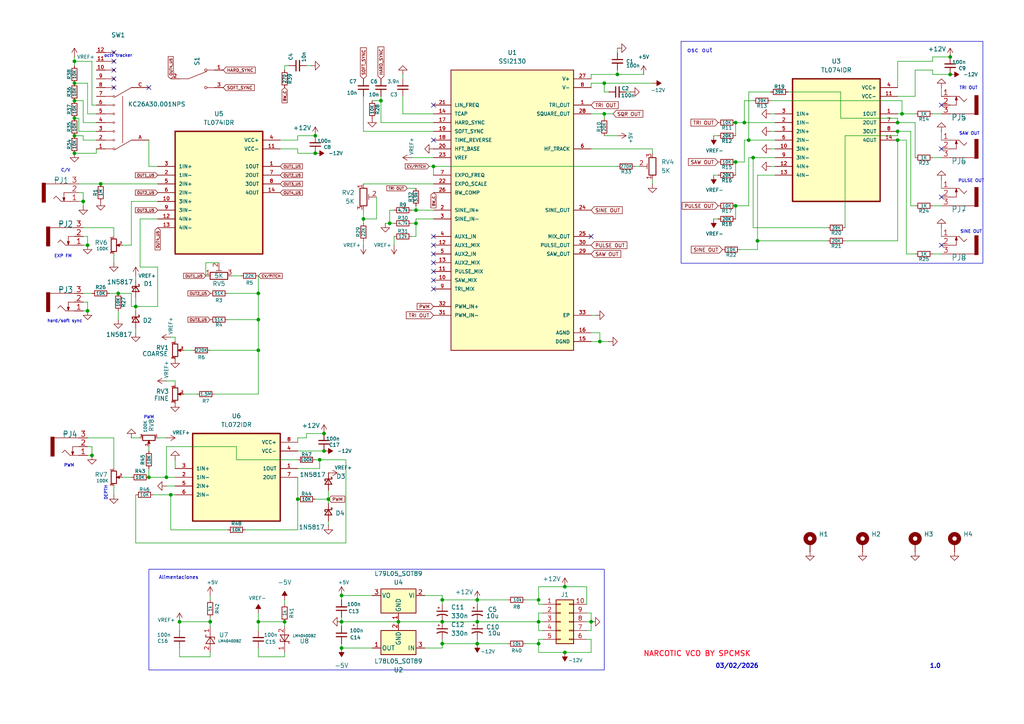
<source format=kicad_sch>
(kicad_sch (version 20250114) (generator "eeschema") (generator_version "9.0")
  (paper "A4")
  (lib_symbols
    (symbol "100SP1T1B4M2QE:100SP1T1B4M2QE" (pin_names (offset 1.016))
      (property "Reference" "S" (at -2.54 5.08 0))
      (property "Value" "100SP1T1B4M2QE" (at -2.54 -5.08 0))
      (symbol "100SP1T1B4M2QE_0_0"
        (pin passive line (at -7.62 0 0) (length 2.54) (name "~") (number "2"))
        (pin passive line (at 7.62 2.54 180) (length 2.54) (name "~") (number "1"))
        (pin passive line (at 7.62 -2.54 180) (length 2.54) (name "~") (number "3"))
      )
    )
    (symbol "Connector_Generic:Conn_02x05_Counter_Clockwise" (pin_names (offset 1.016) (hide yes))
      (property "Reference" "J" (at 1.27 7.62 0))
      (property "Value" "Conn_02x05_Counter_Clockwise" (at 1.27 -7.62 0))
      (symbol "Conn_02x05_Counter_Clockwise_1_1"
        (pin passive line (at -5.08 5.08 0) (length 3.81) (name "Pin_1") (number "1"))
        (pin passive line (at -5.08 2.54 0) (length 3.81) (name "Pin_2") (number "2"))
        (pin passive line (at -5.08 0 0) (length 3.81) (name "Pin_3") (number "3"))
        (pin passive line (at -5.08 -2.54 0) (length 3.81) (name "Pin_4") (number "4"))
        (pin passive line (at -5.08 -5.08 0) (length 3.81) (name "Pin_5") (number "5"))
        (pin passive line (at 7.62 5.08 180) (length 3.81) (name "Pin_10") (number "10"))
        (pin passive line (at 7.62 2.54 180) (length 3.81) (name "Pin_9") (number "9"))
        (pin passive line (at 7.62 0 180) (length 3.81) (name "Pin_8") (number "8"))
        (pin passive line (at 7.62 -2.54 180) (length 3.81) (name "Pin_7") (number "7"))
        (pin passive line (at 7.62 -5.08 180) (length 3.81) (name "Pin_6") (number "6"))
      )
    )
    (symbol "Device:C_Polarized_Small_US" (pin_numbers (hide yes)) (pin_names (offset 0.254) (hide yes))
      (property "Reference" "C" (at 0.254 1.778 0))
      (property "Value" "C_Polarized_Small_US" (at 0.254 -2.032 0))
      (symbol "C_Polarized_Small_US_1_1"
        (pin passive line (at 0 2.54 270) (length 2.032) (name "~") (number "1"))
        (pin passive line (at 0 -2.54 90) (length 2.032) (name "~") (number "2"))
      )
    )
    (symbol "Device:C_Small" (pin_numbers (hide yes)) (pin_names (offset 0.254) (hide yes))
      (property "Reference" "C" (at 0.254 1.778 0))
      (property "Value" "C_Small" (at 0.254 -2.032 0))
      (symbol "C_Small_1_1"
        (pin passive line (at 0 2.54 270) (length 2.032) (name "~") (number "1"))
        (pin passive line (at 0 -2.54 90) (length 2.032) (name "~") (number "2"))
      )
    )
    (symbol "Device:D_Schottky_Small" (pin_numbers (hide yes)) (pin_names (offset 0.254) (hide yes))
      (property "Reference" "D" (at -1.27 2.032 0))
      (property "Value" "D_Schottky_Small" (at -7.112 -2.032 0))
      (symbol "D_Schottky_Small_1_1"
        (pin passive line (at -2.54 0 0) (length 1.778) (name "K") (number "1"))
        (pin passive line (at 2.54 0 180) (length 1.778) (name "A") (number "2"))
      )
    )
    (symbol "Device:R_Potentiometer_Small" (pin_names (offset 1.016) (hide yes))
      (property "Reference" "RV" (at -4.445 0 90))
      (property "Value" "R_Potentiometer_Small" (at -2.54 0 90))
      (symbol "R_Potentiometer_Small_1_1"
        (pin passive line (at 0 2.54 270) (length 0.635) (name "1") (number "1"))
        (pin passive line (at 0 -2.54 90) (length 0.635) (name "3") (number "3"))
        (pin passive line (at 2.54 0 180) (length 0.9906) (name "2") (number "2"))
      )
    )
    (symbol "Device:R_Potentiometer_Trim" (pin_names (offset 1.016) (hide yes))
      (property "Reference" "RV" (at -4.445 0 90))
      (property "Value" "R_Potentiometer_Trim" (at -2.54 0 90))
      (symbol "R_Potentiometer_Trim_1_1"
        (pin passive line (at 0 3.81 270) (length 1.27) (name "1") (number "1"))
        (pin passive line (at 0 -3.81 90) (length 1.27) (name "3") (number "3"))
        (pin passive line (at 3.81 0 180) (length 1.27) (name "2") (number "2"))
      )
    )
    (symbol "Device:R_Small" (pin_numbers (hide yes)) (pin_names (offset 0.254) (hide yes))
      (property "Reference" "R" (at 0.762 0.508 0))
      (property "Value" "R_Small" (at 0.762 -1.016 0))
      (symbol "R_Small_1_1"
        (pin passive line (at 0 2.54 270) (length 0.762) (name "~") (number "1"))
        (pin passive line (at 0 -2.54 90) (length 0.762) (name "~") (number "2"))
      )
    )
    (symbol "KC26A30.001NPS:KC26A30.001NPS" (pin_names (offset 1.016))
      (property "Reference" "S" (at -5.08 15.24 0))
      (property "Value" "KC26A30.001NPS" (at -5.08 -20.32 0))
      (symbol "KC26A30.001NPS_0_0"
        (pin passive line (at -7.62 10.16 0) (length 5.08) (name "~") (number "A"))
        (pin passive line (at -7.62 -5.08 0) (length 5.08) (name "~") (number "C"))
        (pin passive line (at 7.62 12.7 180) (length 2.54) (name "~") (number "1"))
        (pin passive line (at 7.62 10.16 180) (length 2.54) (name "~") (number "2"))
        (pin passive line (at 7.62 7.62 180) (length 2.54) (name "~") (number "3"))
        (pin passive line (at 7.62 5.08 180) (length 2.54) (name "~") (number "4"))
        (pin passive line (at 7.62 2.54 180) (length 2.54) (name "~") (number "5"))
        (pin passive line (at 7.62 0 180) (length 2.54) (name "~") (number "6"))
        (pin passive line (at 7.62 -2.54 180) (length 2.54) (name "~") (number "7"))
        (pin passive line (at 7.62 -5.08 180) (length 2.54) (name "~") (number "8"))
        (pin passive line (at 7.62 -7.62 180) (length 2.54) (name "~") (number "9"))
        (pin passive line (at 7.62 -10.16 180) (length 2.54) (name "~") (number "10"))
        (pin passive line (at 7.62 -12.7 180) (length 2.54) (name "~") (number "11"))
        (pin passive line (at 7.62 -15.24 180) (length 2.54) (name "~") (number "12"))
      )
    )
    (symbol "Mechanical:MountingHole_Pad" (pin_numbers (hide yes)) (pin_names (offset 1.016) (hide yes)) (exclude_from_sim yes) (in_bom no)
      (property "Reference" "H" (at 0 6.35 0))
      (property "Value" "MountingHole_Pad" (at 0 4.445 0))
      (symbol "MountingHole_Pad_1_1"
        (pin input line (at 0 -2.54 90) (length 2.54) (name "1") (number "1"))
      )
    )
    (symbol "Reference_Voltage:LM4040DBZ-2.5" (pin_names (offset 0.0254) (hide yes))
      (property "Reference" "U" (at 0 2.54 0))
      (property "Value" "LM4040DBZ-2.5" (at 0 -3.175 0))
      (symbol "LM4040DBZ-2.5_1_1"
        (pin passive line (at -3.81 0 0) (length 2.54) (name "A") (number "2"))
        (pin no_connect line (at -1.27 0 0) (length 2.54) (hide yes) (name "NC") (number "3"))
        (pin passive line (at 3.81 0 180) (length 2.54) (name "K") (number "1"))
      )
    )
    (symbol "Regulator_Linear:L78L05_SOT89" (pin_names (offset 0.254))
      (property "Reference" "U" (at -3.81 3.175 0))
      (property "Value" "L78L05_SOT89" (at -0.635 3.175 0))
      (symbol "L78L05_SOT89_1_1"
        (pin power_in line (at -7.62 0 0) (length 2.54) (name "IN") (number "3"))
        (pin power_in line (at 0 -7.62 90) (length 2.54) (name "GND") (number "2"))
        (pin power_out line (at 7.62 0 180) (length 2.54) (name "OUT") (number "1"))
      )
    )
    (symbol "Regulator_Linear:L79L05_SOT89" (pin_names (offset 0.254))
      (property "Reference" "U" (at -3.81 -3.175 0))
      (property "Value" "L79L05_SOT89" (at 0 -3.175 0))
      (symbol "L79L05_SOT89_1_1"
        (pin power_in line (at -7.62 0 0) (length 2.54) (name "VI") (number "2"))
        (pin power_in line (at 0 7.62 270) (length 2.54) (name "GND") (number "1"))
        (pin power_out line (at 7.62 0 180) (length 2.54) (name "VO") (number "3"))
      )
    )
    (symbol "SSI2130:SSI2130" (pin_names (offset 1.016))
      (property "Reference" "U" (at -17.78 41.148 0))
      (property "Value" "SSI2130" (at -17.78 -43.18 0))
      (symbol "SSI2130_0_0"
        (pin input line (at -22.86 30.48 0) (length 5.08) (name "LIN_FREQ") (number "21"))
        (pin input line (at -22.86 27.94 0) (length 5.08) (name "TCAP") (number "14"))
        (pin input line (at -22.86 25.4 0) (length 5.08) (name "HARD_SYNC") (number "17"))
        (pin input line (at -22.86 22.86 0) (length 5.08) (name "SOFT_SYNC") (number "19"))
        (pin input line (at -22.86 20.32 0) (length 5.08) (name "TIME_REVERSE") (number "18"))
        (pin input line (at -22.86 17.78 0) (length 5.08) (name "HFT_BASE") (number "20"))
        (pin input line (at -22.86 15.24 0) (length 5.08) (name "VREF") (number "23"))
        (pin input line (at -22.86 10.16 0) (length 5.08) (name "EXPO_FREQ") (number "7"))
        (pin input line (at -22.86 7.62 0) (length 5.08) (name "EXPO_SCALE") (number "22"))
        (pin input line (at -22.86 5.08 0) (length 5.08) (name "BW_COMP") (number "26"))
        (pin input line (at -22.86 0 0) (length 5.08) (name "SINE_IN+") (number "2"))
        (pin input line (at -22.86 -2.54 0) (length 5.08) (name "SINE_IN-") (number "3"))
        (pin input line (at -22.86 -7.62 0) (length 5.08) (name "AUX1_IN") (number "4"))
        (pin input line (at -22.86 -10.16 0) (length 5.08) (name "AUX1_MIX") (number "12"))
        (pin input line (at -22.86 -12.7 0) (length 5.08) (name "AUX2_IN") (number "5"))
        (pin input line (at -22.86 -15.24 0) (length 5.08) (name "AUX2_MIX") (number "13"))
        (pin input line (at -22.86 -17.78 0) (length 5.08) (name "PULSE_MIX") (number "11"))
        (pin input line (at -22.86 -20.32 0) (length 5.08) (name "SAW_MIX") (number "10"))
        (pin input line (at -22.86 -22.86 0) (length 5.08) (name "TRI_MIX") (number "9"))
        (pin input line (at -22.86 -27.94 0) (length 5.08) (name "PWM_IN+") (number "32"))
        (pin input line (at -22.86 -30.48 0) (length 5.08) (name "PWM_IN-") (number "31"))
        (pin power_in line (at 22.86 38.1 180) (length 5.08) (name "V+") (number "27"))
        (pin power_in line (at 22.86 35.56 180) (length 5.08) (name "V-") (number "8"))
        (pin output line (at 22.86 30.48 180) (length 5.08) (name "TRI_OUT") (number "1"))
        (pin output line (at 22.86 27.94 180) (length 5.08) (name "SQUARE_OUT") (number "28"))
        (pin output line (at 22.86 17.78 180) (length 5.08) (name "HF_TRACK") (number "6"))
        (pin output line (at 22.86 0 180) (length 5.08) (name "SINE_OUT") (number "24"))
        (pin output line (at 22.86 -7.62 180) (length 5.08) (name "MIX_OUT") (number "25"))
        (pin output line (at 22.86 -10.16 180) (length 5.08) (name "PULSE_OUT") (number "30"))
        (pin output line (at 22.86 -12.7 180) (length 5.08) (name "SAW_OUT") (number "29"))
        (pin passive line (at 22.86 -30.48 180) (length 5.08) (name "EP") (number "33"))
        (pin power_in line (at 22.86 -35.56 180) (length 5.08) (name "AGND") (number "16"))
        (pin power_in line (at 22.86 -38.1 180) (length 5.08) (name "DGND") (number "15"))
      )
    )
    (symbol "TL072IDR:TL072IDR" (pin_names (offset 1.016))
      (property "Reference" "U" (at -12.7 13.7 0))
      (property "Value" "TL072IDR" (at -12.7 -16.7 0))
      (symbol "TL072IDR_0_0"
        (pin input line (at -17.78 2.54 0) (length 5.08) (name "1IN+") (number "3"))
        (pin input line (at -17.78 0 0) (length 5.08) (name "1IN-") (number "2"))
        (pin input line (at -17.78 -2.54 0) (length 5.08) (name "2IN+") (number "5"))
        (pin input line (at -17.78 -5.08 0) (length 5.08) (name "2IN-") (number "6"))
        (pin power_in line (at 17.78 10.16 180) (length 5.08) (name "VCC+") (number "8"))
        (pin power_in line (at 17.78 7.62 180) (length 5.08) (name "VCC-") (number "4"))
        (pin output line (at 17.78 2.54 180) (length 5.08) (name "1OUT") (number "1"))
        (pin output line (at 17.78 0 180) (length 5.08) (name "2OUT") (number "7"))
      )
    )
    (symbol "TL074IDR:TL074IDR" (pin_names (offset 1.016))
      (property "Reference" "U" (at -12.7 18.78 0))
      (property "Value" "TL074IDR" (at -12.7 -21.78 0))
      (symbol "TL074IDR_0_0"
        (pin input line (at -17.78 7.62 0) (length 5.08) (name "1IN+") (number "3"))
        (pin input line (at -17.78 5.08 0) (length 5.08) (name "1IN-") (number "2"))
        (pin input line (at -17.78 2.54 0) (length 5.08) (name "2IN+") (number "5"))
        (pin input line (at -17.78 0 0) (length 5.08) (name "2IN-") (number "6"))
        (pin input line (at -17.78 -2.54 0) (length 5.08) (name "3IN+") (number "10"))
        (pin input line (at -17.78 -5.08 0) (length 5.08) (name "3IN-") (number "9"))
        (pin input line (at -17.78 -7.62 0) (length 5.08) (name "4IN+") (number "12"))
        (pin input line (at -17.78 -10.16 0) (length 5.08) (name "4IN-") (number "13"))
        (pin power_in line (at 17.78 15.24 180) (length 5.08) (name "VCC+") (number "4"))
        (pin power_in line (at 17.78 12.7 180) (length 5.08) (name "VCC-") (number "11"))
        (pin output line (at 17.78 7.62 180) (length 5.08) (name "1OUT") (number "1"))
        (pin output line (at 17.78 5.08 180) (length 5.08) (name "2OUT") (number "7"))
        (pin output line (at 17.78 2.54 180) (length 5.08) (name "3OUT") (number "8"))
        (pin output line (at 17.78 0 180) (length 5.08) (name "4OUT") (number "14"))
      )
    )
    (symbol "power:+12V" (power) (pin_numbers (hide yes)) (pin_names (offset 0) (hide yes))
      (property "Value" "+12V" (at 0 3.556 0))
      (symbol "+12V_1_1"
        (pin power_in line (at 0 0 90) (length 0) (name "~") (number "1"))
      )
    )
    (symbol "power:+5V" (power) (pin_numbers (hide yes)) (pin_names (offset 0) (hide yes))
      (property "Value" "+5V" (at 0 3.556 0))
      (symbol "+5V_1_1"
        (pin power_in line (at 0 0 90) (length 0) (name "~") (number "1"))
      )
    )
    (symbol "power:-12V" (power) (pin_numbers (hide yes)) (pin_names (offset 0) (hide yes))
      (property "Value" "-12V" (at 0 3.556 0))
      (symbol "-12V_0_0"
        (pin power_in line (at 0 0 90) (length 0) (name "~") (number "1"))
      )
    )
    (symbol "power:-5V" (power) (pin_numbers (hide yes)) (pin_names (offset 0) (hide yes))
      (property "Value" "-5V" (at 0 3.556 0))
      (symbol "-5V_0_0"
        (pin power_in line (at 0 0 90) (length 0) (name "~") (number "1"))
      )
    )
    (symbol "power:GND" (power) (pin_numbers (hide yes)) (pin_names (offset 0) (hide yes))
      (property "Value" "GND" (at 0 -3.81 0))
      (symbol "GND_1_1"
        (pin power_in line (at 0 0 270) (length 0) (name "~") (number "1"))
      )
    )
    (symbol "thonkiconn:WQP-PJ301M-12_JACK"
      (property "Reference" "1" (at 6.35 0.635 0))
      (property "Value" "~" (at 6.35 -1.905 0))
      (symbol "WQP-PJ301M-12_JACK_1_0"
        (pin passive line (at -5.08 2.54 0) (length 2.54) (name "2") (number "1"))
        (pin passive line (at -5.08 0 0) (length 2.54) (name "3") (number "2"))
        (pin passive line (at -5.08 -2.54 0) (length 2.54) (name "1") (number "3"))
      )
    )
  )
  (rectangle (start 197.5446 11.9969) (end 285.0788 76.3438))
  (rectangle (start 43.18 165.1) (end 175.26 194.31))
  (text "PWM" (at 43.18 121.158 0) (effects (font (size 0.889 0.889))))
  (text "03/02/2026" (at 213.7819 193.2861 0) (effects (font (size 1.27 1.27) (thickness 0.254) (bold yes))))
  (text "PWM" (at 20.066 135.128 0) (effects (font (size 0.889 0.889))))
  (text "DEPTH\n" (at 30.734 143.002 90) (effects (font (size 0.889 0.889))))
  (text "PULSE OUT\n" (at 281.686 52.578 0) (effects (font (size 0.889 0.889))))
  (text "osc out" (at 202.946 14.732 0) (effects (font (size 1.27 1.27))))
  (text "SAW OUT\n" (at 281.178 38.862 0) (effects (font (size 0.889 0.889))))
  (text "NARCOTIC VCO BY SPCMSK" (at 202.184 189.738 0) (effects (font (size 1.524 1.524) (thickness 0.254) (bold yes))))
  (text "1.0\n" (at 271.272 193.294 0) (effects (font (size 1.27 1.27) (thickness 0.254) (bold yes))))
  (text "TRI OUT\n" (at 280.924 25.654 0) (effects (font (size 0.889 0.889))))
  (text "octv tracker\n" (at 34.29 16.256 0) (effects (font (size 0.889 0.889))))
  (text "SINE OUT\n" (at 281.686 67.31 0) (effects (font (size 0.889 0.889))))
  (text "hard/soft sync" (at 18.796 93.218 0) (effects (font (size 0.889 0.889))))
  (text "C/V" (at 19.05 49.53 0) (effects (font (size 0.889 0.889))))
  (text "EXP FM" (at 18.288 74.422 0) (effects (font (size 0.889 0.889))))
  (text "Alimentaciones" (at 51.816 167.64 0) (effects (font (size 1.016 1.016))))
  (junction (at 260.35 35.56))
  (junction (at 217.17 40.64))
  (junction (at 93.98 125.73))
  (junction (at 120.65 60.96))
  (junction (at 49.53 143.51))
  (junction (at 175.26 24.13))
  (junction (at 163.83 189.23))
  (junction (at 43.18 138.43))
  (junction (at 74.93 85.09))
  (junction (at 215.9 35.56))
  (junction (at 99.06 187.96))
  (junction (at 219.71 69.85))
  (junction (at 163.83 170.18))
  (junction (at 21.59 44.45))
  (junction (at 74.93 92.71))
  (junction (at 275.59 21.59))
  (junction (at 92.71 133.35))
  (junction (at 213.36 59.69))
  (junction (at 25.4 71.12))
  (junction (at 156.21 186.69))
  (junction (at 275.59 16.51))
  (junction (at 128.27 173.99))
  (junction (at 91.44 44.45))
  (junction (at 91.44 39.37))
  (junction (at 175.26 33.02))
  (junction (at 26.67 132.08))
  (junction (at 21.59 29.21))
  (junction (at 105.41 63.5))
  (junction (at 115.57 180.34))
  (junction (at 25.4 90.17))
  (junction (at 213.36 35.56))
  (junction (at 156.21 173.99))
  (junction (at 39.37 88.9))
  (junction (at 171.45 180.34))
  (junction (at 34.29 85.09))
  (junction (at 128.27 180.34))
  (junction (at 74.93 101.6))
  (junction (at 99.06 180.34))
  (junction (at 260.35 40.64))
  (junction (at 95.25 144.78))
  (junction (at 128.27 186.69))
  (junction (at 82.55 180.34))
  (junction (at 260.35 38.1))
  (junction (at 24.13 58.42))
  (junction (at 48.26 138.43))
  (junction (at 29.21 53.34))
  (junction (at 86.36 144.78))
  (junction (at 113.03 64.77))
  (junction (at 218.44 45.72))
  (junction (at 213.36 46.99))
  (junction (at 125.73 48.26))
  (junction (at 21.59 39.37))
  (junction (at 179.07 21.59))
  (junction (at 110.49 29.21))
  (junction (at 52.07 180.34))
  (junction (at 60.96 180.34))
  (junction (at 261.62 33.02))
  (junction (at 21.59 17.78))
  (junction (at 138.43 173.99))
  (junction (at 138.43 186.69))
  (junction (at 173.99 99.06))
  (junction (at 120.65 64.77))
  (junction (at 74.93 180.34))
  (junction (at 138.43 180.34))
  (junction (at 156.21 180.34))
  (junction (at 93.98 130.81))
  (junction (at 21.59 34.29))
  (junction (at 99.06 172.72))
  (junction (at 21.59 24.13))
  (no_connect (at 125.73 78.74))
  (no_connect (at 273.05 30.48))
  (no_connect (at 125.73 40.64))
  (no_connect (at 273.05 71.12))
  (no_connect (at 273.05 43.18))
  (no_connect (at 125.73 30.48))
  (no_connect (at 33.02 20.32))
  (no_connect (at 125.73 68.58))
  (no_connect (at 43.18 25.4))
  (no_connect (at 33.02 15.24))
  (no_connect (at 125.73 73.66))
  (no_connect (at 33.02 17.78))
  (no_connect (at 125.73 71.12))
  (no_connect (at 171.45 68.58))
  (no_connect (at 125.73 81.28))
  (no_connect (at 125.73 83.82))
  (no_connect (at 33.02 22.86))
  (no_connect (at 125.73 76.2))
  (no_connect (at 273.05 57.15))
  (no_connect (at 33.02 25.4))
  (wire (pts (xy 24.13 68.58) (xy 25.4 68.58)))
  (wire (pts (xy 270.51 33.02) (xy 273.05 33.02)))
  (wire (pts (xy 170.18 185.42) (xy 171.45 185.42)))
  (wire (pts (xy 24.13 29.21) (xy 21.59 29.21)))
  (wire (pts (xy 189.23 43.18) (xy 189.23 44.45)))
  (wire (pts (xy 27.94 35.56) (xy 24.13 35.56)))
  (wire (pts (xy 33.02 127) (xy 33.02 135.89)))
  (wire (pts (xy 264.16 59.69) (xy 264.16 38.1)))
  (wire (pts (xy 264.16 38.1) (xy 260.35 38.1)))
  (wire (pts (xy 59.69 76.2) (xy 59.69 80.01)))
  (wire (pts (xy 265.43 20.32) (xy 270.51 20.32)))
  (wire (pts (xy 74.93 180.34) (xy 74.93 182.88)))
  (wire (pts (xy 74.93 85.09) (xy 74.93 80.01)))
  (wire (pts (xy 120.65 59.69) (xy 120.65 60.96)))
  (wire (pts (xy 175.26 24.13) (xy 189.23 24.13)))
  (wire (pts (xy 270.51 73.66) (xy 273.05 73.66)))
  (wire (pts (xy 171.45 43.18) (xy 189.23 43.18)))
  (wire (pts (xy 40.64 77.47) (xy 45.72 77.47)))
  (wire (pts (xy 83.82 19.05) (xy 82.55 19.05)))
  (wire (pts (xy 38.1 85.09) (xy 38.1 88.9)))
  (wire (pts (xy 92.71 133.35) (xy 92.71 135.89)))
  (wire (pts (xy 171.45 24.13) (xy 171.45 25.4)))
  (wire (pts (xy 156.21 180.34) (xy 157.48 180.34)))
  (wire (pts (xy 260.35 34.29) (xy 260.35 35.56)))
  (wire (pts (xy 260.35 33.02) (xy 261.62 33.02)))
  (wire (pts (xy 50.8 133.35) (xy 50.8 135.89)))
  (wire (pts (xy 218.44 66.04) (xy 218.44 45.72)))
  (wire (pts (xy 107.95 172.72) (xy 99.06 172.72)))
  (wire (pts (xy 208.28 63.5) (xy 207.01 63.5)))
  (wire (pts (xy 91.44 44.45) (xy 86.36 44.45)))
  (wire (pts (xy 119.38 68.58) (xy 120.65 68.58)))
  (wire (pts (xy 39.37 88.9) (xy 45.72 88.9)))
  (wire (pts (xy 270.51 45.72) (xy 273.05 45.72)))
  (wire (pts (xy 120.65 63.5) (xy 120.65 64.77)))
  (wire (pts (xy 24.13 58.42) (xy 24.13 59.69)))
  (wire (pts (xy 138.43 185.42) (xy 138.43 186.69)))
  (wire (pts (xy 179.07 48.26) (xy 125.73 48.26)))
  (wire (pts (xy 88.9 127) (xy 88.9 125.73)))
  (wire (pts (xy 50.8 97.79) (xy 49.53 97.79)))
  (wire (pts (xy 213.36 59.69) (xy 213.36 63.5)))
  (wire (pts (xy 213.36 46.99) (xy 213.36 50.8)))
  (wire (pts (xy 170.18 175.26) (xy 170.18 170.18)))
  (wire (pts (xy 22.86 58.42) (xy 24.13 58.42)))
  (wire (pts (xy 120.65 68.58) (xy 120.65 64.77)))
  (wire (pts (xy 213.36 59.69) (xy 217.17 59.69)))
  (wire (pts (xy 44.45 143.51) (xy 49.53 143.51)))
  (wire (pts (xy 157.48 177.8) (xy 156.21 177.8)))
  (wire (pts (xy 43.18 40.64) (xy 43.18 48.26)))
  (wire (pts (xy 228.6 26.67) (xy 243.84 26.67)))
  (wire (pts (xy 173.99 96.52) (xy 173.99 99.06)))
  (wire (pts (xy 156.21 170.18) (xy 156.21 173.99)))
  (wire (pts (xy 120.65 64.77) (xy 119.38 64.77)))
  (wire (pts (xy 24.13 39.37) (xy 21.59 39.37)))
  (wire (pts (xy 24.13 35.56) (xy 24.13 29.21)))
  (wire (pts (xy 50.8 99.06) (xy 50.8 97.79)))
  (wire (pts (xy 260.35 17.78) (xy 270.51 17.78)))
  (wire (pts (xy 39.37 80.01) (xy 39.37 81.28)))
  (wire (pts (xy 99.06 172.72) (xy 99.06 173.99)))
  (wire (pts (xy 24.13 87.63) (xy 25.4 87.63)))
  (wire (pts (xy 181.61 26.67) (xy 182.88 26.67)))
  (wire (pts (xy 243.84 26.67) (xy 243.84 34.29)))
  (wire (pts (xy 21.59 17.78) (xy 26.67 17.78)))
  (wire (pts (xy 138.43 173.99) (xy 147.32 173.99)))
  (wire (pts (xy 21.59 17.78) (xy 21.59 19.05)))
  (wire (pts (xy 43.18 138.43) (xy 48.26 138.43)))
  (wire (pts (xy 35.56 71.12) (xy 38.1 71.12)))
  (wire (pts (xy 175.26 33.02) (xy 175.26 34.29)))
  (wire (pts (xy 74.93 114.3) (xy 74.93 101.6)))
  (wire (pts (xy 115.57 180.34) (xy 128.27 180.34)))
  (wire (pts (xy 38.1 58.42) (xy 45.72 58.42)))
  (wire (pts (xy 26.67 129.54) (xy 26.67 132.08)))
  (wire (pts (xy 34.29 85.09) (xy 38.1 85.09)))
  (wire (pts (xy 105.41 38.1) (xy 105.41 27.94)))
  (wire (pts (xy 125.73 35.56) (xy 110.49 35.56)))
  (wire (pts (xy 66.04 92.71) (xy 74.93 92.71)))
  (wire (pts (xy 67.31 80.01) (xy 69.85 80.01)))
  (wire (pts (xy 273.05 25.4) (xy 273.05 27.94)))
  (wire (pts (xy 170.18 177.8) (xy 171.45 177.8)))
  (wire (pts (xy 128.27 175.26) (xy 128.27 173.99)))
  (wire (pts (xy 60.96 180.34) (xy 52.07 180.34)))
  (wire (pts (xy 29.21 53.34) (xy 45.72 53.34)))
  (wire (pts (xy 273.05 66.04) (xy 273.05 68.58)))
  (wire (pts (xy 171.45 24.13) (xy 175.26 24.13)))
  (wire (pts (xy 86.36 127) (xy 88.9 127)))
  (wire (pts (xy 95.25 151.13) (xy 95.25 152.4)))
  (wire (pts (xy 217.17 40.64) (xy 224.79 40.64)))
  (wire (pts (xy 91.44 144.78) (xy 95.25 144.78)))
  (wire (pts (xy 91.44 133.35) (xy 92.71 133.35)))
  (wire (pts (xy 99.06 187.96) (xy 99.06 186.69)))
  (wire (pts (xy 123.19 187.96) (xy 128.27 187.96)))
  (wire (pts (xy 118.11 54.61) (xy 120.65 54.61)))
  (wire (pts (xy 270.51 59.69) (xy 273.05 59.69)))
  (wire (pts (xy 31.75 85.09) (xy 34.29 85.09)))
  (wire (pts (xy 171.45 189.23) (xy 163.83 189.23)))
  (wire (pts (xy 82.55 173.99) (xy 82.55 175.26)))
  (wire (pts (xy 175.26 33.02) (xy 171.45 33.02)))
  (wire (pts (xy 223.52 29.21) (xy 261.62 29.21)))
  (wire (pts (xy 53.34 101.6) (xy 55.88 101.6)))
  (wire (pts (xy 260.35 17.78) (xy 260.35 25.4)))
  (wire (pts (xy 179.07 13.97) (xy 179.07 15.24)))
  (wire (pts (xy 39.37 157.48) (xy 39.37 143.51)))
  (wire (pts (xy 27.94 33.02) (xy 25.4 33.02)))
  (wire (pts (xy 179.07 20.32) (xy 179.07 21.59)))
  (wire (pts (xy 156.21 175.26) (xy 156.21 173.99)))
  (wire (pts (xy 99.06 179.07) (xy 99.06 180.34)))
  (wire (pts (xy 123.19 172.72) (xy 128.27 172.72)))
  (wire (pts (xy 208.28 50.8) (xy 207.01 50.8)))
  (wire (pts (xy 22.86 55.88) (xy 24.13 55.88)))
  (wire (pts (xy 48.26 140.97) (xy 50.8 140.97)))
  (wire (pts (xy 270.51 17.78) (xy 270.51 16.51)))
  (wire (pts (xy 25.4 129.54) (xy 26.67 129.54)))
  (wire (pts (xy 38.1 127) (xy 40.64 127)))
  (wire (pts (xy 128.27 172.72) (xy 128.27 173.99)))
  (wire (pts (xy 120.65 60.96) (xy 125.73 60.96)))
  (wire (pts (xy 177.8 33.02) (xy 175.26 33.02)))
  (wire (pts (xy 43.18 48.26) (xy 45.72 48.26)))
  (wire (pts (xy 175.26 39.37) (xy 179.07 39.37)))
  (wire (pts (xy 110.49 29.21) (xy 110.49 27.94)))
  (wire (pts (xy 171.45 185.42) (xy 171.45 189.23)))
  (wire (pts (xy 25.4 90.17) (xy 24.13 90.17)))
  (wire (pts (xy 215.9 46.99) (xy 215.9 40.64)))
  (wire (pts (xy 27.94 44.45) (xy 21.59 44.45)))
  (wire (pts (xy 99.06 181.61) (xy 99.06 180.34)))
  (wire (pts (xy 49.53 153.67) (xy 49.53 143.51)))
  (wire (pts (xy 21.59 24.13) (xy 25.4 24.13)))
  (wire (pts (xy 170.18 170.18) (xy 163.83 170.18)))
  (wire (pts (xy 86.36 138.43) (xy 86.36 144.78)))
  (wire (pts (xy 107.95 29.21) (xy 110.49 29.21)))
  (wire (pts (xy 21.59 34.29) (xy 22.86 34.29)))
  (wire (pts (xy 261.62 29.21) (xy 261.62 33.02)))
  (wire (pts (xy 99.06 180.34) (xy 115.57 180.34)))
  (wire (pts (xy 116.84 21.59) (xy 116.84 22.86)))
  (wire (pts (xy 68.58 129.54) (xy 48.26 129.54)))
  (wire (pts (xy 50.8 110.49) (xy 50.8 111.76)))
  (wire (pts (xy 213.36 35.56) (xy 215.9 35.56)))
  (wire (pts (xy 184.15 48.26) (xy 185.42 48.26)))
  (wire (pts (xy 275.59 21.59) (xy 270.51 21.59)))
  (wire (pts (xy 86.36 43.18) (xy 86.36 44.45)))
  (wire (pts (xy 176.53 26.67) (xy 175.26 26.67)))
  (wire (pts (xy 26.67 30.48) (xy 26.67 17.78)))
  (wire (pts (xy 60.96 181.61) (xy 60.96 180.34)))
  (wire (pts (xy 24.13 40.64) (xy 24.13 39.37)))
  (wire (pts (xy 240.03 69.85) (xy 219.71 69.85)))
  (wire (pts (xy 52.07 180.34) (xy 52.07 182.88)))
  (wire (pts (xy 128.27 187.96) (xy 128.27 186.69)))
  (wire (pts (xy 223.52 43.18) (xy 224.79 43.18)))
  (wire (pts (xy 105.41 63.5) (xy 105.41 64.77)))
  (wire (pts (xy 82.55 19.05) (xy 82.55 20.32)))
  (wire (pts (xy 110.49 35.56) (xy 110.49 29.21)))
  (wire (pts (xy 215.9 29.21) (xy 215.9 35.56)))
  (wire (pts (xy 156.21 185.42) (xy 157.48 185.42)))
  (wire (pts (xy 125.73 63.5) (xy 120.65 63.5)))
  (wire (pts (xy 217.17 45.72) (xy 218.44 45.72)))
  (wire (pts (xy 215.9 35.56) (xy 224.79 35.56)))
  (wire (pts (xy 49.53 143.51) (xy 50.8 143.51)))
  (wire (pts (xy 38.1 71.12) (xy 38.1 58.42)))
  (wire (pts (xy 245.11 66.04) (xy 245.11 39.37)))
  (wire (pts (xy 74.93 92.71) (xy 74.93 85.09)))
  (wire (pts (xy 260.35 27.94) (xy 265.43 27.94)))
  (wire (pts (xy 265.43 73.66) (xy 262.89 73.66)))
  (wire (pts (xy 219.71 72.39) (xy 219.71 69.85)))
  (wire (pts (xy 215.9 40.64) (xy 217.17 40.64)))
  (wire (pts (xy 43.18 135.89) (xy 43.18 138.43)))
  (wire (pts (xy 25.4 127) (xy 33.02 127)))
  (wire (pts (xy 38.1 88.9) (xy 39.37 88.9)))
  (wire (pts (xy 189.23 52.07) (xy 189.23 53.34)))
  (wire (pts (xy 39.37 95.25) (xy 39.37 96.52)))
  (wire (pts (xy 128.27 185.42) (xy 128.27 186.69)))
  (wire (pts (xy 100.33 133.35) (xy 100.33 157.48)))
  (wire (pts (xy 21.59 16.51) (xy 21.59 17.78)))
  (wire (pts (xy 81.28 43.18) (xy 86.36 43.18)))
  (wire (pts (xy 22.86 53.34) (xy 29.21 53.34)))
  (wire (pts (xy 270.51 20.32) (xy 270.51 21.59)))
  (wire (pts (xy 152.4 173.99) (xy 156.21 173.99)))
  (wire (pts (xy 128.27 180.34) (xy 138.43 180.34)))
  (wire (pts (xy 156.21 182.88) (xy 156.21 180.34)))
  (wire (pts (xy 223.52 48.26) (xy 224.79 48.26)))
  (wire (pts (xy 60.96 179.07) (xy 60.96 180.34)))
  (wire (pts (xy 86.36 153.67) (xy 71.12 153.67)))
  (wire (pts (xy 92.71 135.89) (xy 86.36 135.89)))
  (wire (pts (xy 245.11 69.85) (xy 260.35 69.85)))
  (wire (pts (xy 82.55 189.23) (xy 82.55 190.5)))
  (wire (pts (xy 24.13 85.09) (xy 26.67 85.09)))
  (wire (pts (xy 171.45 96.52) (xy 173.99 96.52)))
  (wire (pts (xy 213.36 35.56) (xy 213.36 39.37)))
  (wire (pts (xy 66.04 153.67) (xy 49.53 153.67)))
  (wire (pts (xy 24.13 66.04) (xy 33.02 66.04)))
  (wire (pts (xy 100.33 157.48) (xy 39.37 157.48)))
  (wire (pts (xy 62.23 114.3) (xy 74.93 114.3)))
  (wire (pts (xy 245.11 39.37) (xy 260.35 39.37)))
  (wire (pts (xy 90.17 19.05) (xy 88.9 19.05)))
  (wire (pts (xy 60.96 172.72) (xy 60.96 173.99)))
  (wire (pts (xy 22.86 38.1) (xy 22.86 34.29)))
  (wire (pts (xy 86.36 40.64) (xy 86.36 39.37)))
  (wire (pts (xy 116.84 33.02) (xy 116.84 27.94)))
  (wire (pts (xy 113.03 64.77) (xy 114.3 64.77)))
  (wire (pts (xy 214.63 72.39) (xy 219.71 72.39)))
  (wire (pts (xy 93.98 125.73) (xy 88.9 125.73)))
  (wire (pts (xy 91.44 39.37) (xy 86.36 39.37)))
  (wire (pts (xy 34.29 90.17) (xy 34.29 92.71)))
  (wire (pts (xy 82.55 181.61) (xy 82.55 180.34)))
  (wire (pts (xy 74.93 101.6) (xy 74.93 92.71)))
  (wire (pts (xy 243.84 34.29) (xy 260.35 34.29)))
  (wire (pts (xy 128.27 186.69) (xy 138.43 186.69)))
  (wire (pts (xy 215.9 29.21) (xy 218.44 29.21)))
  (wire (pts (xy 219.71 69.85) (xy 219.71 50.8)))
  (wire (pts (xy 171.45 21.59) (xy 171.45 22.86)))
  (wire (pts (xy 157.48 175.26) (xy 156.21 175.26)))
  (wire (pts (xy 156.21 177.8) (xy 156.21 180.34)))
  (wire (pts (xy 39.37 88.9) (xy 39.37 90.17)))
  (wire (pts (xy 152.4 186.69) (xy 156.21 186.69)))
  (wire (pts (xy 262.89 73.66) (xy 262.89 40.64)))
  (wire (pts (xy 74.93 187.96) (xy 74.93 190.5)))
  (wire (pts (xy 261.62 33.02) (xy 265.43 33.02)))
  (wire (pts (xy 114.3 68.58) (xy 114.3 71.12)))
  (wire (pts (xy 171.45 182.88) (xy 170.18 182.88)))
  (wire (pts (xy 163.83 170.18) (xy 156.21 170.18)))
  (wire (pts (xy 35.56 138.43) (xy 38.1 138.43)))
  (wire (pts (xy 171.45 99.06) (xy 173.99 99.06)))
  (wire (pts (xy 223.52 26.67) (xy 217.17 26.67)))
  (wire (pts (xy 265.43 27.94) (xy 265.43 20.32)))
  (wire (pts (xy 213.36 46.99) (xy 215.9 46.99)))
  (wire (pts (xy 107.95 187.96) (xy 99.06 187.96)))
  (wire (pts (xy 25.4 33.02) (xy 25.4 24.13)))
  (wire (pts (xy 66.04 85.09) (xy 74.93 85.09)))
  (wire (pts (xy 173.99 99.06) (xy 176.53 99.06)))
  (wire (pts (xy 114.3 60.96) (xy 113.03 60.96)))
  (wire (pts (xy 45.72 63.5) (xy 40.64 63.5)))
  (wire (pts (xy 217.17 59.69) (xy 217.17 45.72)))
  (wire (pts (xy 179.07 21.59) (xy 186.69 21.59)))
  (wire (pts (xy 260.35 38.1) (xy 260.35 39.37)))
  (wire (pts (xy 208.28 39.37) (xy 207.01 39.37)))
  (wire (pts (xy 171.45 177.8) (xy 171.45 180.34)))
  (wire (pts (xy 109.22 63.5) (xy 105.41 63.5)))
  (wire (pts (xy 223.52 33.02) (xy 224.79 33.02)))
  (wire (pts (xy 219.71 50.8) (xy 224.79 50.8)))
  (wire (pts (xy 275.59 16.51) (xy 270.51 16.51)))
  (wire (pts (xy 25.4 87.63) (xy 25.4 90.17)))
  (wire (pts (xy 138.43 186.69) (xy 147.32 186.69)))
  (wire (pts (xy 260.35 69.85) (xy 260.35 40.64)))
  (wire (pts (xy 45.72 77.47) (xy 45.72 88.9)))
  (wire (pts (xy 53.34 114.3) (xy 57.15 114.3)))
  (wire (pts (xy 74.93 190.5) (xy 82.55 190.5)))
  (wire (pts (xy 111.76 64.77) (xy 113.03 64.77)))
  (wire (pts (xy 24.13 40.64) (xy 27.94 40.64)))
  (wire (pts (xy 24.13 55.88) (xy 24.13 58.42)))
  (wire (pts (xy 273.05 52.07) (xy 273.05 54.61)))
  (wire (pts (xy 95.25 144.78) (xy 95.25 146.05)))
  (wire (pts (xy 33.02 140.97) (xy 33.02 143.51)))
  (wire (pts (xy 26.67 132.08) (xy 25.4 132.08)))
  (wire (pts (xy 125.73 48.26) (xy 125.73 50.8)))
  (wire (pts (xy 81.28 40.64) (xy 86.36 40.64)))
  (wire (pts (xy 124.46 48.26) (xy 125.73 48.26)))
  (wire (pts (xy 27.94 30.48) (xy 26.67 30.48)))
  (wire (pts (xy 45.72 127) (xy 48.26 127)))
  (wire (pts (xy 262.89 40.64) (xy 260.35 40.64)))
  (wire (pts (xy 125.73 38.1) (xy 105.41 38.1)))
  (wire (pts (xy 27.94 38.1) (xy 22.86 38.1)))
  (wire (pts (xy 68.58 129.54) (xy 68.58 133.35)))
  (wire (pts (xy 33.02 73.66) (xy 33.02 76.2)))
  (wire (pts (xy 119.38 45.72) (xy 125.73 45.72)))
  (wire (pts (xy 52.07 190.5) (xy 52.07 187.96)))
  (wire (pts (xy 105.41 69.85) (xy 105.41 71.12)))
  (wire (pts (xy 33.02 66.04) (xy 33.02 68.58)))
  (wire (pts (xy 157.48 182.88) (xy 156.21 182.88)))
  (wire (pts (xy 163.83 189.23) (xy 156.21 189.23)))
  (wire (pts (xy 138.43 175.26) (xy 138.43 173.99)))
  (wire (pts (xy 48.26 129.54) (xy 48.26 138.43)))
  (wire (pts (xy 74.93 177.8) (xy 74.93 180.34)))
  (wire (pts (xy 265.43 35.56) (xy 260.35 35.56)))
  (wire (pts (xy 92.71 133.35) (xy 100.33 133.35)))
  (wire (pts (xy 109.22 57.15) (xy 109.22 63.5)))
  (wire (pts (xy 273.05 38.1) (xy 273.05 40.64)))
  (wire (pts (xy 171.45 180.34) (xy 171.45 182.88)))
  (wire (pts (xy 24.13 71.12) (xy 25.4 71.12)))
  (wire (pts (xy 171.45 21.59) (xy 179.07 21.59)))
  (wire (pts (xy 175.26 24.13) (xy 175.26 26.67)))
  (wire (pts (xy 217.17 26.67) (xy 217.17 40.64)))
  (wire (pts (xy 218.44 45.72) (xy 224.79 45.72)))
  (wire (pts (xy 86.36 127) (xy 86.36 128.27)))
  (wire (pts (xy 116.84 33.02) (xy 125.73 33.02)))
  (wire (pts (xy 105.41 60.96) (xy 105.41 63.5)))
  (wire (pts (xy 63.5 76.2) (xy 59.69 76.2)))
  (wire (pts (xy 60.96 190.5) (xy 60.96 189.23)))
  (wire (pts (xy 40.64 63.5) (xy 40.64 77.47)))
  (wire (pts (xy 86.36 130.81) (xy 93.98 130.81)))
  (wire (pts (xy 119.38 60.96) (xy 120.65 60.96)))
  (wire (pts (xy 25.4 68.58) (xy 25.4 71.12)))
  (wire (pts (xy 48.26 138.43) (xy 50.8 138.43)))
  (wire (pts (xy 105.41 53.34) (xy 125.73 53.34)))
  (wire (pts (xy 52.07 190.5) (xy 60.96 190.5)))
  (wire (pts (xy 156.21 186.69) (xy 156.21 185.42)))
  (wire (pts (xy 138.43 180.34) (xy 156.21 180.34)))
  (wire (pts (xy 113.03 60.96) (xy 113.03 64.77)))
  (wire (pts (xy 48.26 110.49) (xy 50.8 110.49)))
  (wire (pts (xy 82.55 180.34) (xy 74.93 180.34)))
  (wire (pts (xy 43.18 129.54) (xy 43.18 130.81)))
  (wire (pts (xy 86.36 144.78) (xy 86.36 153.67)))
  (wire (pts (xy 95.25 142.24) (xy 95.25 144.78)))
  (wire (pts (xy 223.52 38.1) (xy 224.79 38.1)))
  (wire (pts (xy 156.21 189.23) (xy 156.21 186.69)))
  (wire (pts (xy 60.96 101.6) (xy 74.93 101.6)))
  (wire (pts (xy 39.37 86.36) (xy 39.37 88.9)))
  (wire (pts (xy 27.94 43.18) (xy 27.94 44.45)))
  (wire (pts (xy 68.58 133.35) (xy 86.36 133.35)))
  (wire (pts (xy 171.45 91.44) (xy 172.72 91.44)))
  (wire (pts (xy 265.43 59.69) (xy 264.16 59.69)))
  (wire (pts (xy 170.18 180.34) (xy 171.45 180.34)))
  (wire (pts (xy 265.43 45.72) (xy 265.43 35.56)))
  (wire (pts (xy 128.27 173.99) (xy 138.43 173.99)))
  (wire (pts (xy 240.03 66.04) (xy 218.44 66.04)))
  (global_label "OUT4_U5" (shape input) (at 49.53 22.86 90) (effects (font (size 0.762 0.762))) (property "Intersheetrefs" "${INTERSHEET_REFS}" (effects (hide yes))))
  (global_label "PULSE OUT" (shape input) (at 208.28 59.69 180) (effects (font (size 1.016 1.016))) (property "Intersheetrefs" "${INTERSHEET_REFS}" (effects (hide yes))))
  (global_label "OUT4_U5" (shape input) (at 81.28 55.88 0) (effects (font (size 0.762 0.762))) (property "Intersheetrefs" "${INTERSHEET_REFS}" (effects (hide yes))))
  (global_label "OUT1_U5" (shape input) (at 81.28 48.26 0) (effects (font (size 0.762 0.762))) (property "Intersheetrefs" "${INTERSHEET_REFS}" (effects (hide yes))))
  (global_label "CV{slash}PITCH" (shape input) (at 124.46 48.26 180) (effects (font (size 0.762 0.762))) (property "Intersheetrefs" "${INTERSHEET_REFS}" (effects (hide yes))))
  (global_label "PULSE OUT" (shape input) (at 171.45 71.12 0) (effects (font (size 1.016 1.016))) (property "Intersheetrefs" "${INTERSHEET_REFS}" (effects (hide yes))))
  (global_label "HARD_SYNC" (shape input) (at 64.77 20.32 0) (effects (font (size 0.889 0.889))) (property "Intersheetrefs" "${INTERSHEET_REFS}" (effects (hide yes))))
  (global_label "OUT1_U5" (shape input) (at 45.72 50.8 180) (effects (font (size 0.762 0.762))) (property "Intersheetrefs" "${INTERSHEET_REFS}" (effects (hide yes))))
  (global_label "OUT3_U5" (shape input) (at 81.28 53.34 0) (effects (font (size 0.762 0.762))) (property "Intersheetrefs" "${INTERSHEET_REFS}" (effects (hide yes))))
  (global_label "SINE OUT" (shape input) (at 209.55 72.39 180) (effects (font (size 1.016 1.016))) (property "Intersheetrefs" "${INTERSHEET_REFS}" (effects (hide yes))))
  (global_label "BW_C" (shape input) (at 82.55 25.4 270) (effects (font (size 0.762 0.762))) (property "Intersheetrefs" "${INTERSHEET_REFS}" (effects (hide yes))))
  (global_label "TRI OUT" (shape input) (at 208.28 35.56 180) (effects (font (size 1.016 1.016))) (property "Intersheetrefs" "${INTERSHEET_REFS}" (effects (hide yes))))
  (global_label "SAW OUT" (shape input) (at 208.28 46.99 180) (effects (font (size 1.016 1.016))) (property "Intersheetrefs" "${INTERSHEET_REFS}" (effects (hide yes))))
  (global_label "OUT4_U5" (shape input) (at 45.72 66.04 270) (effects (font (size 0.762 0.762))) (property "Intersheetrefs" "${INTERSHEET_REFS}" (effects (hide yes))))
  (global_label "TRI OUT" (shape input) (at 125.73 91.44 180) (effects (font (size 1.016 1.016))) (property "Intersheetrefs" "${INTERSHEET_REFS}" (effects (hide yes))))
  (global_label "OUT2_U5" (shape input) (at 45.72 55.88 180) (effects (font (size 0.762 0.762))) (property "Intersheetrefs" "${INTERSHEET_REFS}" (effects (hide yes))))
  (global_label "OUT1_U5" (shape input) (at 59.69 80.01 180) (effects (font (size 0.762 0.762))) (property "Intersheetrefs" "${INTERSHEET_REFS}" (effects (hide yes))))
  (global_label "SAW OUT" (shape input) (at 171.45 73.66 0) (effects (font (size 1.016 1.016))) (property "Intersheetrefs" "${INTERSHEET_REFS}" (effects (hide yes))))
  (global_label "BW_C" (shape input) (at 125.73 55.88 270) (effects (font (size 0.762 0.762))) (property "Intersheetrefs" "${INTERSHEET_REFS}" (effects (hide yes))))
  (global_label "CV{slash}PITCH" (shape input) (at 74.93 80.01 0) (effects (font (size 0.762 0.762))) (property "Intersheetrefs" "${INTERSHEET_REFS}" (effects (hide yes))))
  (global_label "PWM" (shape input) (at 125.73 88.9 180) (effects (font (size 0.9144 0.9144))) (property "Intersheetrefs" "${INTERSHEET_REFS}" (effects (hide yes))))
  (global_label "SOFT_SYNC" (shape input) (at 105.41 22.86 90) (effects (font (size 0.889 0.889))) (property "Intersheetrefs" "${INTERSHEET_REFS}" (effects (hide yes))))
  (global_label "OUT3_U5" (shape input) (at 60.96 92.71 180) (effects (font (size 0.762 0.762))) (property "Intersheetrefs" "${INTERSHEET_REFS}" (effects (hide yes))))
  (global_label "OUT2_U5" (shape input) (at 60.96 85.09 180) (effects (font (size 0.762 0.762))) (property "Intersheetrefs" "${INTERSHEET_REFS}" (effects (hide yes))))
  (global_label "HARD_SYNC" (shape input) (at 110.49 22.86 90) (effects (font (size 0.889 0.889))) (property "Intersheetrefs" "${INTERSHEET_REFS}" (effects (hide yes))))
  (global_label "TRI OUT" (shape input) (at 118.11 54.61 180) (effects (font (size 0.762 0.762))) (property "Intersheetrefs" "${INTERSHEET_REFS}" (effects (hide yes))))
  (global_label "TRI OUT" (shape input) (at 171.45 30.48 0) (effects (font (size 1.016 1.016))) (property "Intersheetrefs" "${INTERSHEET_REFS}" (effects (hide yes))))
  (global_label "PWM" (shape input) (at 95.25 144.78 0) (effects (font (size 0.9144 0.9144))) (property "Intersheetrefs" "${INTERSHEET_REFS}" (effects (hide yes))))
  (global_label "SINE OUT" (shape input) (at 171.45 60.96 0) (effects (font (size 1.016 1.016))) (property "Intersheetrefs" "${INTERSHEET_REFS}" (effects (hide yes))))
  (global_label "OUT3_U5" (shape input) (at 45.72 60.96 180) (effects (font (size 0.762 0.762))) (property "Intersheetrefs" "${INTERSHEET_REFS}" (effects (hide yes))))
  (global_label "OUT2_U5" (shape input) (at 81.28 50.8 0) (effects (font (size 0.762 0.762))) (property "Intersheetrefs" "${INTERSHEET_REFS}" (effects (hide yes))))
  (global_label "SQR OUT" (shape input) (at 177.8 33.02 0) (effects (font (size 1.016 1.016))) (property "Intersheetrefs" "${INTERSHEET_REFS}" (effects (hide yes))))
  (global_label "SOFT_SYNC" (shape input) (at 64.77 25.4 0) (effects (font (size 0.889 0.889))) (property "Intersheetrefs" "${INTERSHEET_REFS}" (effects (hide yes))))
  (symbol (lib_id "Device:R_Small") (at 149.86 186.69 270) (unit 1)
    (property "Reference" "R40" (at 149.86 188.722 90) (effects (font (size 1.016 1.016))))
    (property "Value" "10k" (at 149.86 186.69 90) (effects (font (size 0.889 0.889))))
    (property "Footprint" "Resistor_SMD:R_0805_2012Metric" (effects (hide yes)))
    (property "Description" "Resistor, small symbol" (effects (hide yes)))
  )
  (symbol (lib_id "Device:R_Small") (at 21.59 36.83 180) (unit 1)
    (property "Reference" "R35" (at 20.066 36.83 90) (effects (font (size 1.016 1.016))))
    (property "Value" "10K" (at 21.59 36.83 90) (effects (font (size 0.889 0.889))))
    (property "Footprint" "Resistor_THT:R_Axial_DIN0207_L6.3mm_D2.5mm_P10.16mm_Horizontal" (effects (hide yes)))
    (property "Description" "Resistor, small symbol" (effects (hide yes)))
  )
  (symbol (lib_id "Device:R_Small") (at 88.9 144.78 90) (unit 1)
    (property "Reference" "R44" (at 88.9 143.256 90) (effects (font (size 1.016 1.016))))
    (property "Value" "10K" (at 88.9 144.78 90) (effects (font (size 0.889 0.889))))
    (property "Footprint" "Resistor_SMD:R_0805_2012Metric" (effects (hide yes)))
    (property "Description" "Resistor, small symbol" (effects (hide yes)))
  )
  (symbol (lib_id "Device:D_Schottky_Small") (at 95.25 148.59 270) (unit 1)
    (property "Reference" "D4" (at 97.282 148.844 90) (effects (justify left)))
    (property "Value" "1N5817" (at 86.614 152.908 90) (effects (justify left)))
    (property "Footprint" "Diode_SMD:D_SOD-123" (effects (hide yes)))
    (property "Description" "Schottky diode, small symbol" (effects (hide yes)))
  )
  (symbol (lib_id "Regulator_Linear:L79L05_SOT89") (at 115.57 172.72 180) (unit 1)
    (property "Reference" "U4" (at 115.57 168.91 0))
    (property "Value" "L79L05_SOT89" (at 115.57 166.37 0))
    (property "Footprint" "Package_TO_SOT_SMD:SOT-89-3" (effects (hide yes)))
    (property "Datasheet" "http://www.farnell.com/datasheets/1827870.pdf" (effects (hide yes)))
    (property "Description" "Negative 100mA -30V Linear Regulator, Fixed Output -5V, SOT-89" (effects (hide yes)))
  )
  (symbol (lib_id "power:GND") (at 176.53 99.06 90) (unit 1)
    (property "Reference" "#PWR05" (effects (hide yes)))
    (property "Value" "GND" (effects (hide yes)))
    (property "Description" "Power symbol creates a global label with name \"GND\" , ground" (effects (hide yes)))
  )
  (symbol (lib_id "thonkiconn:WQP-PJ301M-12_JACK") (at 17.78 55.88 180) (unit 1)
    (property "Reference" "PJ1" (at 17.78 52.324 0) (effects (font (size 1.778 1.5113))))
    (property "Value" "~" (at 16.2941 52.07 0) (effects (font (size 1.778 1.5113))))
    (property "Footprint" "PJ301 REMPLAZO:SWITCHCRAFT_MDPC2A" (effects (hide yes)))
  )
  (symbol (lib_id "Device:R_Small") (at 210.82 35.56 270) (unit 1)
    (property "Reference" "R11" (at 210.82 37.084 90) (effects (font (size 1.016 1.016))))
    (property "Value" "10K" (at 210.82 35.56 90) (effects (font (size 0.889 0.889))))
    (property "Footprint" "Resistor_SMD:R_0805_2012Metric" (effects (hide yes)))
    (property "Description" "Resistor, small symbol" (effects (hide yes)))
  )
  (symbol (lib_id "power:GND") (at 34.29 92.71 0) (unit 1)
    (property "Reference" "#PWR030" (effects (hide yes)))
    (property "Value" "GND" (effects (hide yes)))
    (property "Description" "Power symbol creates a global label with name \"GND\" , ground" (effects (hide yes)))
  )
  (symbol (lib_id "power:+12V") (at 163.83 170.18 0) (unit 1)
    (property "Reference" "#PWR070" (effects (hide yes)))
    (property "Value" "+12V" (at 160.02 167.894 0))
    (property "Description" "Power symbol creates a global label with name \"+12V\"" (effects (hide yes)))
  )
  (symbol (lib_id "Device:R_Small") (at 40.64 138.43 270) (unit 1)
    (property "Reference" "R43" (at 40.64 136.652 90) (effects (font (size 1.016 1.016))))
    (property "Value" "10K" (at 40.64 138.43 90) (effects (font (size 0.889 0.889))))
    (property "Footprint" "Resistor_SMD:R_0805_2012Metric" (effects (hide yes)))
    (property "Description" "Resistor, small symbol" (effects (hide yes)))
  )
  (symbol (lib_id "power:GND") (at 29.21 58.42 0) (unit 1)
    (property "Reference" "#PWR012" (effects (hide yes)))
    (property "Value" "GND" (effects (hide yes)))
    (property "Description" "Power symbol creates a global label with name \"GND\" , ground" (effects (hide yes)))
  )
  (symbol (lib_id "Device:R_Small") (at 210.82 63.5 270) (unit 1)
    (property "Reference" "R18" (at 210.82 65.024 90) (effects (font (size 1.016 1.016))))
    (property "Value" "20K" (at 210.82 63.5 90) (effects (font (size 0.889 0.889))))
    (property "Footprint" "Resistor_SMD:R_0805_2012Metric" (effects (hide yes)))
    (property "Description" "Resistor, small symbol" (effects (hide yes)))
  )
  (symbol (lib_id "Device:R_Small") (at 21.59 21.59 180) (unit 1)
    (property "Reference" "R38" (at 20.066 21.59 90) (effects (font (size 1.016 1.016))))
    (property "Value" "10K" (at 21.59 21.59 90) (effects (font (size 0.889 0.889))))
    (property "Footprint" "Resistor_THT:R_Axial_DIN0207_L6.3mm_D2.5mm_P10.16mm_Horizontal" (effects (hide yes)))
    (property "Description" "Resistor, small symbol" (effects (hide yes)))
  )
  (symbol (lib_id "power:GND") (at 223.52 38.1 270) (unit 1)
    (property "Reference" "#PWR021" (effects (hide yes)))
    (property "Value" "GND" (effects (hide yes)))
    (property "Description" "Power symbol creates a global label with name \"GND\" , ground" (effects (hide yes)))
  )
  (symbol (lib_id "power:+5V") (at 48.26 127 270) (unit 1)
    (property "Reference" "#PWR061" (effects (hide yes)))
    (property "Value" "VREF+" (at 52.578 125.476 90) (effects (font (size 1.016 1.016))))
    (property "Description" "Power symbol creates a global label with name \"+5V\"" (effects (hide yes)))
  )
  (symbol (lib_id "power:+5V") (at 48.26 110.49 90) (unit 1)
    (property "Reference" "#PWR047" (effects (hide yes)))
    (property "Value" "VREF+" (at 48.26 107.188 0) (effects (font (size 1.016 1.016))))
    (property "Description" "Power symbol creates a global label with name \"+5V\"" (effects (hide yes)))
  )
  (symbol (lib_id "Device:C_Small") (at 105.41 25.4 180) (unit 1)
    (property "Reference" "C7" (at 102.362 23.622 0) (effects (font (size 1.016 1.016))))
    (property "Value" "10n" (at 102.108 26.924 0) (effects (font (size 1.016 1.016))))
    (property "Footprint" "Capacitor_THT:C_Rect_L7.2mm_W2.5mm_P5.00mm_FKS2_FKP2_MKS2_MKP2" (effects (hide yes)))
    (property "Description" "Unpolarized capacitor, small symbol" (effects (hide yes)))
  )
  (symbol (lib_id "Device:R_Potentiometer_Small") (at 43.18 127 270) (unit 1)
    (property "Reference" "RV8" (at 43.942 125.222 0) (effects (justify right)))
    (property "Value" "100K" (at 42.164 125.476 0) (effects (font (size 0.889 0.889)) (justify right)))
    (property "Footprint" "RD901F-40-15R1-B100K-00DL1:POT_RD901F-40-15R1-B100K-00DL1" (effects (hide yes)))
    (property "Description" "Potentiometer" (effects (hide yes)))
  )
  (symbol (lib_id "Device:C_Small") (at 86.36 19.05 90) (unit 1)
    (property "Reference" "C4" (at 84.328 17.526 0) (effects (font (size 1.016 1.016)) (justify left)))
    (property "Value" "10n" (at 88.138 18.034 0) (effects (font (size 1.016 1.016)) (justify left)))
    (property "Footprint" "Capacitor_THT:C_Rect_L7.2mm_W2.5mm_P5.00mm_FKS2_FKP2_MKS2_MKP2" (effects (hide yes)))
    (property "Description" "Unpolarized capacitor, small symbol" (effects (hide yes)))
  )
  (symbol (lib_id "Device:C_Small") (at 179.07 26.67 90) (unit 1)
    (property "Reference" "C2" (at 181.356 25.654 90) (effects (font (size 1.016 1.016))))
    (property "Value" "100n" (at 182.118 27.686 90) (effects (font (size 1.016 1.016))))
    (property "Footprint" "Capacitor_SMD:C_0805_2012Metric" (effects (hide yes)))
    (property "Description" "Unpolarized capacitor, small symbol" (effects (hide yes)))
  )
  (symbol (lib_id "power:GND") (at 33.02 76.2 0) (unit 1)
    (property "Reference" "#PWR044" (effects (hide yes)))
    (property "Value" "GND" (effects (hide yes)))
    (property "Description" "Power symbol creates a global label with name \"GND\" , ground" (effects (hide yes)))
  )
  (symbol (lib_id "power:+5V") (at 21.59 16.51 0) (unit 1)
    (property "Reference" "#PWR043" (effects (hide yes)))
    (property "Value" "VREF+" (at 24.892 16.51 0) (effects (font (size 1.016 1.016))))
    (property "Description" "Power symbol creates a global label with name \"+5V\"" (effects (hide yes)))
  )
  (symbol (lib_id "TL072IDR:TL072IDR") (at 68.58 138.43 0) (unit 1)
    (property "Reference" "U6" (at 68.58 120.65 0))
    (property "Value" "TL072IDR" (at 68.58 123.19 0))
    (property "Footprint" "TL072IDR:SOIC127P599X175-8N" (effects (hide yes)))
    (property "MF" "Texas Instruments" (effects (hide yes)))
    (property "Description_1" "Dual, 30-V, 3-MHz, high slew rate (13-V/µs), In to V+, JFET-input op amp" (effects (hide yes)))
    (property "Package" "SOIC-8 Texas Instruments" (effects (hide yes)))
    (property "Price" "None" (effects (hide yes)))
    (property "SnapEDA_Link" "https://www.snapeda.com/parts/TL072IDR/Texas+Instruments/view-part/?ref=snap" (effects (hide yes)))
    (property "MP" "TL072IDR" (effects (hide yes)))
    (property "Availability" "In Stock" (effects (hide yes)))
    (property "Check_prices" "https://www.snapeda.com/parts/TL072IDR/Texas+Instruments/view-part/?ref=eda" (effects (hide yes)))
  )
  (symbol (lib_id "power:GND") (at 95.25 152.4 0) (unit 1)
    (property "Reference" "#PWR059" (effects (hide yes)))
    (property "Value" "GND" (effects (hide yes)))
    (property "Description" "Power symbol creates a global label with name \"GND\" , ground" (effects (hide yes)))
  )
  (symbol (lib_id "power:GND") (at 182.88 26.67 90) (unit 1)
    (property "Reference" "#PWR02" (effects (hide yes)))
    (property "Value" "GND" (effects (hide yes)))
    (property "Description" "Power symbol creates a global label with name \"GND\" , ground" (effects (hide yes)))
  )
  (symbol (lib_id "Device:C_Small") (at 99.06 184.15 180) (unit 1)
    (property "Reference" "C14" (at 104.648 184.912 0) (effects (font (size 1.016 1.016)) (justify left)))
    (property "Value" "100n" (at 105.41 182.88 0) (effects (font (size 1.016 1.016)) (justify left)))
    (property "Footprint" "Capacitor_SMD:C_0805_2012Metric" (effects (hide yes)))
    (property "Description" "Unpolarized capacitor, small symbol" (effects (hide yes)))
  )
  (symbol (lib_id "Device:R_Potentiometer_Small") (at 33.02 71.12 0) (unit 1)
    (property "Reference" "RV6" (at 31.242 70.358 0) (effects (justify right)))
    (property "Value" "100K" (at 31.496 72.136 0) (effects (font (size 0.889 0.889)) (justify right)))
    (property "Footprint" "RD901F-40-15R1-B100K-00DL1:POT_RD901F-40-15R1-B100K-00DL1" (effects (hide yes)))
    (property "Description" "Potentiometer" (effects (hide yes)))
  )
  (symbol (lib_id "Device:C_Small") (at 110.49 25.4 180) (unit 1)
    (property "Reference" "C6" (at 108.458 23.622 0) (effects (font (size 1.016 1.016))))
    (property "Value" "10n" (at 108.458 27.432 0) (effects (font (size 1.016 1.016))))
    (property "Footprint" "Capacitor_THT:C_Rect_L7.2mm_W2.5mm_P5.00mm_FKS2_FKP2_MKS2_MKP2" (effects (hide yes)))
    (property "Description" "Unpolarized capacitor, small symbol" (effects (hide yes)))
  )
  (symbol (lib_id "Mechanical:MountingHole_Pad") (at 250.19 157.48 0) (unit 1) (exclude_from_sim yes) (in_bom no)
    (property "Reference" "H2" (at 252.73 154.9399 0) (effects (justify left)))
    (property "Value" "MountingHole_Pad" (effects (hide yes)))
    (property "Footprint" "MountingHole:MountingHole_3.2mm_M3_DIN965_Pad" (effects (hide yes)))
    (property "Description" "Mounting Hole with connection" (effects (hide yes)))
  )
  (symbol (lib_id "power:+5V") (at 179.07 39.37 270) (unit 1)
    (property "Reference" "#PWR015" (effects (hide yes)))
    (property "Value" "+5V" (at 182.88 38.354 0) (effects (font (size 1.016 1.016)) (justify left)))
    (property "Description" "Power symbol creates a global label with name \"+5V\"" (effects (hide yes)))
  )
  (symbol (lib_id "power:+5V") (at 186.69 21.59 0) (unit 1)
    (property "Reference" "#PWR03" (effects (hide yes)))
    (property "Value" "+5V" (at 186.69 16.51 0) (effects (font (size 1.016 1.016))))
    (property "Description" "Power symbol creates a global label with name \"+5V\"" (effects (hide yes)))
  )
  (symbol (lib_id "thonkiconn:WQP-PJ301M-12_JACK") (at 20.32 129.54 180) (unit 1)
    (property "Reference" "PJ4" (at 20.32 125.984 0) (effects (font (size 1.778 1.5113))))
    (property "Value" "~" (at 18.8341 125.73 0) (effects (font (size 1.778 1.5113))))
    (property "Footprint" "PJ301 REMPLAZO:SWITCHCRAFT_MDPC2A" (effects (hide yes)))
  )
  (symbol (lib_id "Device:R_Small") (at 21.59 26.67 180) (unit 1)
    (property "Reference" "R36" (at 20.066 26.67 90) (effects (font (size 1.016 1.016))))
    (property "Value" "10K" (at 21.59 26.67 90) (effects (font (size 0.889 0.889))))
    (property "Footprint" "Resistor_THT:R_Axial_DIN0207_L6.3mm_D2.5mm_P10.16mm_Horizontal" (effects (hide yes)))
    (property "Description" "Resistor, small symbol" (effects (hide yes)))
  )
  (symbol (lib_id "Device:R_Small") (at 82.55 22.86 0) (unit 1)
    (property "Reference" "R39" (at 84.074 22.86 90) (effects (font (size 1.016 1.016))))
    (property "Value" "270" (at 82.55 22.86 90) (effects (font (size 0.889 0.889))))
    (property "Footprint" "Resistor_SMD:R_0805_2012Metric" (effects (hide yes)))
    (property "Description" "Resistor, small symbol" (effects (hide yes)))
  )
  (symbol (lib_id "power:GND") (at 21.59 44.45 0) (unit 1)
    (property "Reference" "#PWR042" (effects (hide yes)))
    (property "Value" "GND" (effects (hide yes)))
    (property "Description" "Power symbol creates a global label with name \"GND\" , ground" (effects (hide yes)))
  )
  (symbol (lib_id "Reference_Voltage:LM4040DBZ-2.5") (at 60.96 185.42 90) (unit 1)
    (property "Reference" "U7" (at 63.5 184.1499 90) (effects (justify right)))
    (property "Value" "LM4040DBZ" (at 63.246 185.928 90) (effects (font (size 0.762 0.762)) (justify right)))
    (property "Footprint" "Package_TO_SOT_SMD:SOT-23" (effects (hide yes)))
    (property "Datasheet" "http://www.ti.com/lit/ds/symlink/lm4040-n.pdf" (effects (hide yes)))
    (property "Description" "2.500V Precision Micropower Shunt Voltage Reference, SOT-23" (effects (hide yes)))
  )
  (symbol (lib_id "Device:R_Small") (at 116.84 64.77 90) (unit 1)
    (property "Reference" "R30" (at 116.84 63.246 90) (effects (font (size 1.016 1.016))))
    (property "Value" "4.7k" (at 116.84 64.77 90) (effects (font (size 0.889 0.889))))
    (property "Footprint" "Resistor_SMD:R_0805_2012Metric" (effects (hide yes)))
    (property "Description" "Resistor, small symbol" (effects (hide yes)))
  )
  (symbol (lib_id "power:+5V") (at 49.53 97.79 90) (unit 1)
    (property "Reference" "#PWR046" (effects (hide yes)))
    (property "Value" "VREF+" (at 49.53 94.488 0) (effects (font (size 1.016 1.016))))
    (property "Description" "Power symbol creates a global label with name \"+5V\"" (effects (hide yes)))
  )
  (symbol (lib_id "power:GND") (at 179.07 13.97 90) (unit 1)
    (property "Reference" "#PWR01" (effects (hide yes)))
    (property "Value" "GND" (effects (hide yes)))
    (property "Description" "Power symbol creates a global label with name \"GND\" , ground" (effects (hide yes)))
  )
  (symbol (lib_id "Device:C_Small") (at 52.07 185.42 180) (unit 1)
    (property "Reference" "C16" (at 48.768 185.928 0) (effects (font (size 1.016 1.016)) (justify left)))
    (property "Value" "100n" (at 49.53 184.15 0) (effects (font (size 1.016 1.016)) (justify left)))
    (property "Footprint" "Capacitor_SMD:C_0805_2012Metric" (effects (hide yes)))
    (property "Description" "Unpolarized capacitor, small symbol" (effects (hide yes)))
  )
  (symbol (lib_id "power:-5V") (at 99.06 187.96 180) (unit 1)
    (property "Reference" "#PWR09" (effects (hide yes)))
    (property "Value" "-5V" (at 99.06 193.04 0))
    (property "Description" "Power symbol creates a global label with name \"-5V\"" (effects (hide yes)))
  )
  (symbol (lib_id "power:GND") (at 25.4 90.17 0) (unit 1)
    (property "Reference" "#PWR027" (effects (hide yes)))
    (property "Value" "GND" (effects (hide yes)))
    (property "Description" "Power symbol creates a global label with name \"GND\" , ground" (effects (hide yes)))
  )
  (symbol (lib_id "Device:R_Small") (at 72.39 80.01 270) (unit 1)
    (property "Reference" "R5" (at 72.39 82.042 90) (effects (font (size 1.016 1.016))))
    (property "Value" "22K" (at 72.39 80.01 90) (effects (font (size 0.889 0.889))))
    (property "Footprint" "Resistor_SMD:R_0805_2012Metric" (effects (hide yes)))
    (property "Description" "Resistor, small symbol" (effects (hide yes)))
  )
  (symbol (lib_id "Device:R_Small") (at 63.5 92.71 270) (unit 1)
    (property "Reference" "R4" (at 63.5 94.234 90) (effects (font (size 1.016 1.016))))
    (property "Value" "51K" (at 63.5 92.71 90) (effects (font (size 0.889 0.889))))
    (property "Footprint" "Resistor_SMD:R_0805_2012Metric" (effects (hide yes)))
    (property "Description" "Resistor, small symbol" (effects (hide yes)))
  )
  (symbol (lib_id "KC26A30.001NPS:KC26A30.001NPS") (at 35.56 30.48 180) (unit 1)
    (property "Reference" "SW1" (at 34.29 10.16 0))
    (property "Value" "KC26A30.001NPS" (at 45.466 30.226 0))
    (property "Footprint" "KC26A30.001NPS:SW_KC26A30.001NPS" (effects (hide yes)))
    (property "Description" "Rotary switch 1x6, SP6T with mount point" (effects (hide yes)))
    (property "MF" "E-Switch" (effects (hide yes)))
    (property "MAXIMUM_PACKAGE_HEIGHT" "52.5 MM" (effects (hide yes)))
    (property "Package" "None" (effects (hide yes)))
    (property "Price" "None" (effects (hide yes)))
    (property "Check_prices" "https://www.snapeda.com/parts/KC26A30.001NPS/E-Switch/view-part/?ref=eda" (effects (hide yes)))
    (property "STANDARD" "Manufacturer Recommendations" (effects (hide yes)))
    (property "PARTREV" "B" (effects (hide yes)))
    (property "SnapEDA_Link" "https://www.snapeda.com/parts/KC26A30.001NPS/E-Switch/view-part/?ref=snap" (effects (hide yes)))
    (property "MP" "KC26A30.001NPS" (effects (hide yes)))
    (property "Purchase-URL" "https://www.snapeda.com/api/url_track_click_mouser/?unipart_id=5650066&manufacturer=E-Switch&part_name=KC26A30.001NPS&search_term=rotary switch 6 position" (effects (hide yes)))
    (property "Description_1" "Rotary Switch,KC Series,DP6T,6 Position,Non-Shorting,Flatted,350mA,125VAC,PC | E-Switch KC26A30.001NPS" (effects (hide yes)))
    (property "Availability" "In Stock" (effects (hide yes)))
    (property "MANUFACTURER" "E-Switch" (effects (hide yes)))
  )
  (symbol (lib_id "power:+12V") (at 138.43 173.99 0) (unit 1)
    (property "Reference" "#PWR050" (effects (hide yes)))
    (property "Value" "+12V" (at 134.62 171.704 0))
    (property "Description" "Power symbol creates a global label with name \"+12V\"" (effects (hide yes)))
  )
  (symbol (lib_id "Device:D_Schottky_Small") (at 39.37 83.82 270) (unit 1)
    (property "Reference" "D1" (at 41.656 82.296 90) (effects (justify left)))
    (property "Value" "1N5817" (at 30.988 81.788 90) (effects (justify left)))
    (property "Footprint" "Diode_SMD:D_SOD-123" (effects (hide yes)))
    (property "Description" "Schottky diode, small symbol" (effects (hide yes)))
  )
  (symbol (lib_id "Device:R_Small") (at 267.97 73.66 270) (unit 1)
    (property "Reference" "R25" (at 267.97 75.184 90) (effects (font (size 1.016 1.016))))
    (property "Value" "1K" (at 267.97 73.66 90) (effects (font (size 0.889 0.889))))
    (property "Footprint" "Resistor_SMD:R_0805_2012Metric" (effects (hide yes)))
    (property "Description" "Resistor, small symbol" (effects (hide yes)))
  )
  (symbol (lib_id "power:GND") (at 234.95 160.02 0) (unit 1)
    (property "Reference" "#PWR048" (effects (hide yes)))
    (property "Value" "GND" (effects (hide yes)))
    (property "Description" "Power symbol creates a global label with name \"GND\" , ground" (effects (hide yes)))
  )
  (symbol (lib_id "TL074IDR:TL074IDR") (at 63.5 55.88 0) (unit 1)
    (property "Reference" "U5" (at 63.5 33.02 0))
    (property "Value" "TL074IDR" (at 63.5 35.56 0))
    (property "Footprint" "TL074IDR:SOIC127P600X175-14N" (effects (hide yes)))
    (property "MF" "Texas Instruments" (effects (hide yes)))
    (property "Description_1" "Quad, 30-V, 3-MHz, high slew rate (13-V/µs), In to V+, JFET-input op amp" (effects (hide yes)))
    (property "Package" "SOIC-14 Texas Instruments" (effects (hide yes)))
    (property "Price" "None" (effects (hide yes)))
    (property "SnapEDA_Link" "https://www.snapeda.com/parts/TL074IDR/Texas+Instruments/view-part/?ref=snap" (effects (hide yes)))
    (property "MP" "TL074IDR" (effects (hide yes)))
    (property "Availability" "In Stock" (effects (hide yes)))
    (property "Check_prices" "https://www.snapeda.com/parts/TL074IDR/Texas+Instruments/view-part/?ref=eda" (effects (hide yes)))
  )
  (symbol (lib_id "Device:R_Small") (at 21.59 31.75 180) (unit 1)
    (property "Reference" "R37" (at 20.066 31.75 90) (effects (font (size 1.016 1.016))))
    (property "Value" "10K" (at 21.59 31.75 90) (effects (font (size 0.889 0.889))))
    (property "Footprint" "Resistor_THT:R_Axial_DIN0207_L6.3mm_D2.5mm_P10.16mm_Horizontal" (effects (hide yes)))
    (property "Description" "Resistor, small symbol" (effects (hide yes)))
  )
  (symbol (lib_id "Device:R_Potentiometer_Small") (at 33.02 138.43 0) (unit 1)
    (property "Reference" "RV7" (at 31.242 137.668 0) (effects (justify right)))
    (property "Value" "100K" (at 31.496 139.446 0) (effects (font (size 0.889 0.889)) (justify right)))
    (property "Footprint" "RD901F-40-15R1-B100K-00DL1:POT_RD901F-40-15R1-B100K-00DL1" (effects (hide yes)))
    (property "Description" "Potentiometer" (effects (hide yes)))
  )
  (symbol (lib_id "Device:R_Small") (at 82.55 177.8 0) (unit 1)
    (property "Reference" "R41" (at 84.582 177.8 90) (effects (font (size 1.016 1.016))))
    (property "Value" "1k" (at 82.55 177.8 90) (effects (font (size 0.889 0.889))))
    (property "Footprint" "Resistor_SMD:R_0805_2012Metric" (effects (hide yes)))
    (property "Description" "Resistor, small symbol" (effects (hide yes)))
  )
  (symbol (lib_id "power:GND") (at 39.37 96.52 0) (unit 1)
    (property "Reference" "#PWR028" (effects (hide yes)))
    (property "Value" "GND" (effects (hide yes)))
    (property "Description" "Power symbol creates a global label with name \"GND\" , ground" (effects (hide yes)))
  )
  (symbol (lib_id "Device:R_Small") (at 267.97 45.72 270) (unit 1)
    (property "Reference" "R23" (at 267.97 47.244 90) (effects (font (size 1.016 1.016))))
    (property "Value" "1K" (at 267.97 45.72 90) (effects (font (size 0.889 0.889))))
    (property "Footprint" "Resistor_SMD:R_0805_2012Metric" (effects (hide yes)))
    (property "Description" "Resistor, small symbol" (effects (hide yes)))
  )
  (symbol (lib_id "Device:R_Small") (at 267.97 59.69 270) (unit 1)
    (property "Reference" "R24" (at 267.97 61.214 90) (effects (font (size 1.016 1.016))))
    (property "Value" "1K" (at 267.97 59.69 90) (effects (font (size 0.889 0.889))))
    (property "Footprint" "Resistor_SMD:R_0805_2012Metric" (effects (hide yes)))
    (property "Description" "Resistor, small symbol" (effects (hide yes)))
  )
  (symbol (lib_id "power:GND") (at 171.45 180.34 90) (unit 1)
    (property "Reference" "#PWR049" (effects (hide yes)))
    (property "Value" "GND" (effects (hide yes)))
    (property "Description" "Power symbol creates a global label with name \"GND\" , ground" (effects (hide yes)))
  )
  (symbol (lib_id "power:GND") (at 50.8 116.84 0) (unit 1)
    (property "Reference" "#PWR045" (effects (hide yes)))
    (property "Value" "GND" (effects (hide yes)))
    (property "Description" "Power symbol creates a global label with name \"GND\" , ground" (effects (hide yes)))
  )
  (symbol (lib_id "Device:R_Small") (at 29.21 55.88 180) (unit 1)
    (property "Reference" "R1" (at 27.686 55.88 90) (effects (font (size 1.016 1.016))))
    (property "Value" "1M" (at 29.21 55.88 90) (effects (font (size 0.889 0.889))))
    (property "Footprint" "Resistor_THT:R_Axial_DIN0207_L6.3mm_D2.5mm_P10.16mm_Horizontal" (effects (hide yes)))
    (property "Description" "Resistor, small symbol" (effects (hide yes)))
  )
  (symbol (lib_id "power:GND") (at 223.52 43.18 270) (unit 1)
    (property "Reference" "#PWR022" (effects (hide yes)))
    (property "Value" "GND" (effects (hide yes)))
    (property "Description" "Power symbol creates a global label with name \"GND\" , ground" (effects (hide yes)))
  )
  (symbol (lib_id "Device:R_Small") (at 59.69 114.3 270) (unit 1)
    (property "Reference" "R7" (at 59.69 116.332 90) (effects (font (size 1.016 1.016))))
    (property "Value" "1.5M" (at 59.69 114.3 90) (effects (font (size 0.889 0.889))))
    (property "Footprint" "Resistor_THT:R_Axial_DIN0207_L6.3mm_D2.5mm_P10.16mm_Horizontal" (effects (hide yes)))
    (property "Description" "Resistor, small symbol" (effects (hide yes)))
  )
  (symbol (lib_id "Device:R_Small") (at 105.41 67.31 180) (unit 1)
    (property "Reference" "R29" (at 103.886 67.31 90) (effects (font (size 1.016 1.016))))
    (property "Value" "22K" (at 105.41 67.31 90) (effects (font (size 0.889 0.889))))
    (property "Footprint" "Resistor_SMD:R_0805_2012Metric" (effects (hide yes)))
    (property "Description" "Resistor, small symbol" (effects (hide yes)))
  )
  (symbol (lib_id "Device:R_Small") (at 88.9 133.35 90) (unit 1)
    (property "Reference" "R47" (at 88.9 131.826 90) (effects (font (size 1.016 1.016))))
    (property "Value" "100K" (at 88.9 133.35 90) (effects (font (size 0.889 0.889))))
    (property "Footprint" "Resistor_SMD:R_0805_2012Metric" (effects (hide yes)))
    (property "Description" "Resistor, small symbol" (effects (hide yes)))
  )
  (symbol (lib_id "Connector_Generic:Conn_02x05_Counter_Clockwise") (at 162.56 180.34 0) (unit 1)
    (property "Reference" "J1" (at 163.83 172.466 0))
    (property "Value" "Conn_02x05_Counter_Clockwise" (effects (hide yes)))
    (property "Footprint" "Connector_PinHeader_2.54mm:PinHeader_2x05_P2.54mm_Vertical" (effects (hide yes)))
    (property "Description" "Generic connector, double row, 02x05, counter clockwise pin numbering scheme (similar to DIP package numbering), script generated (kicad-library-utils/schlib/autogen/connector/)" (effects (hide yes)))
  )
  (symbol (lib_id "power:-5V") (at 82.55 173.99 0) (unit 1)
    (property "Reference" "#PWR010" (effects (hide yes)))
    (property "Value" "-5V" (at 82.55 168.91 0))
    (property "Description" "Power symbol creates a global label with name \"-5V\"" (effects (hide yes)))
  )
  (symbol (lib_id "power:-12V") (at 91.44 44.45 270) (unit 1)
    (property "Reference" "#PWR036" (effects (hide yes)))
    (property "Value" "-12V" (at 95.25 44.4499 90) (effects (font (size 1.016 1.016)) (justify left)))
    (property "Description" "Power symbol creates a global label with name \"-12V\"" (effects (hide yes)))
  )
  (symbol (lib_id "power:GND") (at 38.1 127 180) (unit 1)
    (property "Reference" "#PWR060" (effects (hide yes)))
    (property "Value" "GND" (effects (hide yes)))
    (property "Description" "Power symbol creates a global label with name \"GND\" , ground" (effects (hide yes)))
  )
  (symbol (lib_id "power:-12V") (at 207.01 50.8 180) (unit 1)
    (property "Reference" "#PWR019" (effects (hide yes)))
    (property "Value" "VREF-" (at 207.264 55.118 0) (effects (font (size 1.016 1.016))))
    (property "Description" "Power symbol creates a global label with name \"-12V\"" (effects (hide yes)))
  )
  (symbol (lib_id "Device:R_Potentiometer_Trim") (at 105.41 57.15 0) (unit 1)
    (property "Reference" "RV2" (at 102.87 55.8799 0) (effects (justify right)))
    (property "Value" "5K" (at 102.87 58.4199 0) (effects (justify right)))
    (property "Footprint" "3296W-1-103LF:TRIM_3296W-1-103LF" (effects (hide yes)))
    (property "Description" "Trim-potentiometer" (effects (hide yes)))
  )
  (symbol (lib_id "Device:R_Small") (at 116.84 60.96 90) (unit 1)
    (property "Reference" "R9" (at 116.84 59.436 90) (effects (font (size 1.016 1.016))))
    (property "Value" "4.7k" (at 116.84 60.96 90) (effects (font (size 0.889 0.889))))
    (property "Footprint" "Resistor_SMD:R_0805_2012Metric" (effects (hide yes)))
    (property "Description" "Resistor, small symbol" (effects (hide yes)))
  )
  (symbol (lib_id "Device:R_Small") (at 43.18 133.35 0) (unit 1)
    (property "Reference" "R45" (at 41.402 133.35 90) (effects (font (size 1.016 1.016))))
    (property "Value" "10K" (at 43.18 133.35 90) (effects (font (size 0.889 0.889))))
    (property "Footprint" "Resistor_SMD:R_0805_2012Metric" (effects (hide yes)))
    (property "Description" "Resistor, small symbol" (effects (hide yes)))
  )
  (symbol (lib_id "Device:C_Polarized_Small_US") (at 128.27 177.8 0) (unit 1)
    (property "Reference" "C11" (at 130.81 176.0981 0) (effects (justify left)))
    (property "Value" "330n" (at 130.81 178.6381 0) (effects (justify left)))
    (property "Footprint" "Capacitor_THT:CP_Radial_D5.0mm_P2.00mm" (effects (hide yes)))
    (property "Description" "Polarized capacitor, small US symbol" (effects (hide yes)))
  )
  (symbol (lib_id "power:GND") (at 125.73 43.18 270) (unit 1)
    (property "Reference" "#PWR07" (effects (hide yes)))
    (property "Value" "GND" (effects (hide yes)))
    (property "Description" "Power symbol creates a global label with name \"GND\" , ground" (effects (hide yes)))
  )
  (symbol (lib_id "power:+5V") (at 99.06 172.72 0) (unit 1)
    (property "Reference" "#PWR053" (effects (hide yes)))
    (property "Value" "+5V" (at 98.044 168.91 0) (effects (font (size 1.016 1.016)) (justify left)))
    (property "Description" "Power symbol creates a global label with name \"+5V\"" (effects (hide yes)))
  )
  (symbol (lib_id "power:GND") (at 223.52 33.02 270) (unit 1)
    (property "Reference" "#PWR016" (effects (hide yes)))
    (property "Value" "GND" (effects (hide yes)))
    (property "Description" "Power symbol creates a global label with name \"GND\" , ground" (effects (hide yes)))
  )
  (symbol (lib_id "Device:R_Small") (at 226.06 26.67 90) (unit 1)
    (property "Reference" "R19" (at 226.06 25.146 90) (effects (font (size 1.016 1.016))))
    (property "Value" "39K" (at 226.06 26.67 90) (effects (font (size 0.889 0.889))))
    (property "Footprint" "Resistor_SMD:R_0805_2012Metric" (effects (hide yes)))
    (property "Description" "Resistor, small symbol" (effects (hide yes)))
  )
  (symbol (lib_id "Device:R_Small") (at 210.82 59.69 270) (unit 1)
    (property "Reference" "R17" (at 210.82 61.214 90) (effects (font (size 1.016 1.016))))
    (property "Value" "10K" (at 210.82 59.69 90) (effects (font (size 0.889 0.889))))
    (property "Footprint" "Resistor_SMD:R_0805_2012Metric" (effects (hide yes)))
    (property "Description" "Resistor, small symbol" (effects (hide yes)))
  )
  (symbol (lib_id "Device:R_Small") (at 212.09 72.39 270) (unit 1)
    (property "Reference" "R22" (at 212.09 73.914 90) (effects (font (size 1.016 1.016))))
    (property "Value" "10K" (at 212.09 72.39 90) (effects (font (size 0.889 0.889))))
    (property "Footprint" "Resistor_SMD:R_0805_2012Metric" (effects (hide yes)))
    (property "Description" "Resistor, small symbol" (effects (hide yes)))
  )
  (symbol (lib_id "Device:R_Potentiometer_Small") (at 50.8 114.3 0) (unit 1)
    (property "Reference" "RV3" (at 49.022 113.538 0) (effects (justify right)))
    (property "Value" "FINE" (at 49.022 115.57 0) (effects (justify right)))
    (property "Footprint" "RD901F-40-15R1-B100K-00DL1:POT_RD901F-40-15R1-B100K-00DL1" (effects (hide yes)))
    (property "Description" "Potentiometer" (effects (hide yes)))
  )
  (symbol (lib_id "Device:C_Polarized_Small_US") (at 138.43 182.88 0) (unit 1)
    (property "Reference" "C10" (at 140.97 181.864 0) (effects (justify left)))
    (property "Value" "10u" (at 141.478 183.642 0) (effects (justify left)))
    (property "Footprint" "Capacitor_THT:CP_Radial_D5.0mm_P2.00mm" (effects (hide yes)))
    (property "Description" "Polarized capacitor, small US symbol" (effects (hide yes)))
  )
  (symbol (lib_id "SSI2130:SSI2130") (at 148.59 60.96 0) (unit 1)
    (property "Reference" "U1" (at 148.59 15.24 0))
    (property "Value" "SSI2130" (at 148.59 17.78 0))
    (property "Footprint" "SSI2130 (1):QFN40P400X400X90-33N" (effects (hide yes)))
    (property "MF" "Sound Semiconductor" (effects (hide yes)))
    (property "MAXIMUM_PACKAGE_HEIGHT" "0.9mm" (effects (hide yes)))
    (property "Package" "Package" (effects (hide yes)))
    (property "Price" "None" (effects (hide yes)))
    (property "Check_prices" "https://www.snapeda.com/parts/SSI2130/Sound+Semiconductor/view-part/?ref=eda" (effects (hide yes)))
    (property "STANDARD" "IPC 7351B" (effects (hide yes)))
    (property "PARTREV" "Rev. 2.4" (effects (hide yes)))
    (property "SnapEDA_Link" "https://www.snapeda.com/parts/SSI2130/Sound+Semiconductor/view-part/?ref=snap" (effects (hide yes)))
    (property "MP" "SSI2130" (effects (hide yes)))
    (property "Description_1" "Voltage controlled oscillator subsystem for high-performance electronic musical instruments" (effects (hide yes)))
    (property "Availability" "Not in stock" (effects (hide yes)))
    (property "MANUFACTURER" "Sound Semicondutor" (effects (hide yes)))
  )
  (symbol (lib_id "Device:R_Small") (at 149.86 173.99 270) (unit 1)
    (property "Reference" "R8" (at 149.86 176.022 90) (effects (font (size 1.016 1.016))))
    (property "Value" "10k" (at 150.114 173.99 90) (effects (font (size 0.889 0.889))))
    (property "Footprint" "Resistor_SMD:R_0805_2012Metric" (effects (hide yes)))
    (property "Description" "Resistor, small symbol" (effects (hide yes)))
  )
  (symbol (lib_id "power:GND") (at 111.76 64.77 0) (unit 1)
    (property "Reference" "#PWR040" (effects (hide yes)))
    (property "Value" "GND" (effects (hide yes)))
    (property "Description" "Power symbol creates a global label with name \"GND\" , ground" (effects (hide yes)))
  )
  (symbol (lib_id "Device:C_Polarized_Small_US") (at 138.43 177.8 0) (unit 1)
    (property "Reference" "C5" (at 141.478 176.784 0) (effects (justify left)))
    (property "Value" "10u" (at 140.97 178.6381 0) (effects (justify left)))
    (property "Footprint" "Capacitor_THT:CP_Radial_D5.0mm_P2.00mm" (effects (hide yes)))
    (property "Description" "Polarized capacitor, small US symbol" (effects (hide yes)))
  )
  (symbol (lib_id "thonkiconn:WQP-PJ301M-12_JACK") (at 19.05 87.63 180) (unit 1)
    (property "Reference" "PJ3" (at 19.05 84.074 0) (effects (font (size 1.778 1.5113))))
    (property "Value" "~" (at 17.5641 83.82 0) (effects (font (size 1.778 1.5113))))
    (property "Footprint" "PJ301 REMPLAZO:SWITCHCRAFT_MDPC2A" (effects (hide yes)))
  )
  (symbol (lib_id "Mechanical:MountingHole_Pad") (at 265.43 157.48 0) (unit 1) (exclude_from_sim yes) (in_bom no)
    (property "Reference" "H3" (at 267.97 154.9399 0) (effects (justify left)))
    (property "Value" "MountingHole_Pad" (effects (hide yes)))
    (property "Footprint" "MountingHole:MountingHole_3.2mm_M3_DIN965_Pad" (effects (hide yes)))
    (property "Description" "Mounting Hole with connection" (effects (hide yes)))
  )
  (symbol (lib_id "power:GND") (at 276.86 160.02 0) (unit 1)
    (property "Reference" "#PWR068" (effects (hide yes)))
    (property "Value" "GND" (effects (hide yes)))
    (property "Description" "Power symbol creates a global label with name \"GND\" , ground" (effects (hide yes)))
  )
  (symbol (lib_id "power:GND") (at 172.72 91.44 90) (unit 1)
    (property "Reference" "#PWR011" (effects (hide yes)))
    (property "Value" "GND" (effects (hide yes)))
    (property "Description" "Power symbol creates a global label with name \"GND\" , ground" (effects (hide yes)))
  )
  (symbol (lib_id "power:GND") (at 26.67 132.08 0) (unit 1)
    (property "Reference" "#PWR057" (effects (hide yes)))
    (property "Value" "GND" (effects (hide yes)))
    (property "Description" "Power symbol creates a global label with name \"GND\" , ground" (effects (hide yes)))
  )
  (symbol (lib_id "Device:C_Small") (at 275.59 19.05 180) (unit 1)
    (property "Reference" "C9" (at 280.162 19.8182 0) (effects (font (size 1.016 1.016)) (justify left)))
    (property "Value" "100n" (at 280.162 18.034 0) (effects (font (size 1.016 1.016)) (justify left)))
    (property "Footprint" "Capacitor_SMD:C_0805_2012Metric" (effects (hide yes)))
    (property "Description" "Unpolarized capacitor, small symbol" (effects (hide yes)))
  )
  (symbol (lib_id "Device:R_Small") (at 210.82 50.8 270) (unit 1)
    (property "Reference" "R16" (at 210.82 52.324 90) (effects (font (size 1.016 1.016))))
    (property "Value" "20K" (at 210.82 50.8 90) (effects (font (size 0.889 0.889))))
    (property "Footprint" "Resistor_SMD:R_0805_2012Metric" (effects (hide yes)))
    (property "Description" "Resistor, small symbol" (effects (hide yes)))
  )
  (symbol (lib_id "power:GND") (at 33.02 143.51 0) (unit 1)
    (property "Reference" "#PWR062" (effects (hide yes)))
    (property "Value" "GND" (effects (hide yes)))
    (property "Description" "Power symbol creates a global label with name \"GND\" , ground" (effects (hide yes)))
  )
  (symbol (lib_id "power:-12V") (at 74.93 177.8 0) (unit 1)
    (property "Reference" "#PWR054" (effects (hide yes)))
    (property "Value" "VREF-" (at 74.676 173.482 0) (effects (font (size 1.016 1.016))))
    (property "Description" "Power symbol creates a global label with name \"-12V\"" (effects (hide yes)))
  )
  (symbol (lib_id "Device:R_Potentiometer_Trim") (at 189.23 48.26 180) (unit 1)
    (property "Reference" "RV4" (at 191.77 46.9899 0) (effects (justify right)))
    (property "Value" "5K" (at 191.77 49.5299 0) (effects (justify right)))
    (property "Footprint" "3296W-1-103LF:TRIM_3296W-1-103LF" (effects (hide yes)))
    (property "Description" "Trim-potentiometer" (effects (hide yes)))
  )
  (symbol (lib_id "Device:C_Small") (at 116.84 25.4 180) (unit 1)
    (property "Reference" "C3" (at 115.316 27.432 0) (effects (font (size 1.016 1.016)) (justify left)))
    (property "Value" "3.9n" (at 115.824 23.622 0) (effects (font (size 1.016 1.016)) (justify left)))
    (property "Footprint" "Capacitor_THT:C_Rect_L7.2mm_W2.5mm_P5.00mm_FKS2_FKP2_MKS2_MKP2" (effects (hide yes)))
    (property "Description" "Unpolarized capacitor, small symbol" (effects (hide yes)))
  )
  (symbol (lib_id "thonkiconn:WQP-PJ301M-12_JACK") (at 278.13 57.15 0) (unit 1)
    (property "Reference" "PJ7" (at 278.13 60.706 0) (effects (font (size 1.778 1.5113))))
    (property "Value" "~" (at 279.6159 60.96 0) (effects (font (size 1.778 1.5113))))
    (property "Footprint" "PJ301 REMPLAZO:SWITCHCRAFT_MDPC2A" (effects (hide yes)))
  )
  (symbol (lib_id "power:-12V") (at 93.98 130.81 270) (unit 1)
    (property "Reference" "#PWR065" (effects (hide yes)))
    (property "Value" "-12V" (at 97.79 130.8099 90) (effects (font (size 1.016 1.016)) (justify left)))
    (property "Description" "Power symbol creates a global label with name \"-12V\"" (effects (hide yes)))
  )
  (symbol (lib_id "power:+5V") (at 60.96 172.72 0) (unit 1)
    (property "Reference" "#PWR056" (effects (hide yes)))
    (property "Value" "+5V" (at 59.944 168.91 0) (effects (font (size 1.016 1.016)) (justify left)))
    (property "Description" "Power symbol creates a global label with name \"+5V\"" (effects (hide yes)))
  )
  (symbol (lib_id "power:GND") (at 223.52 48.26 270) (unit 1)
    (property "Reference" "#PWR023" (effects (hide yes)))
    (property "Value" "GND" (effects (hide yes)))
    (property "Description" "Power symbol creates a global label with name \"GND\" , ground" (effects (hide yes)))
  )
  (symbol (lib_id "power:GND") (at 25.4 71.12 0) (unit 1)
    (property "Reference" "#PWR034" (effects (hide yes)))
    (property "Value" "GND" (effects (hide yes)))
    (property "Description" "Power symbol creates a global label with name \"GND\" , ground" (effects (hide yes)))
  )
  (symbol (lib_id "Device:C_Small") (at 74.93 185.42 180) (unit 1)
    (property "Reference" "C15" (at 80.01 186.182 0) (effects (font (size 1.016 1.016)) (justify left)))
    (property "Value" "100n" (at 80.518 184.15 0) (effects (font (size 1.016 1.016)) (justify left)))
    (property "Footprint" "Capacitor_SMD:C_0805_2012Metric" (effects (hide yes)))
    (property "Description" "Unpolarized capacitor, small symbol" (effects (hide yes)))
  )
  (symbol (lib_id "Device:R_Small") (at 116.84 68.58 90) (unit 1)
    (property "Reference" "R31" (at 116.84 67.056 90) (effects (font (size 1.016 1.016))))
    (property "Value" "12k" (at 116.84 68.58 90) (effects (font (size 0.889 0.889))))
    (property "Footprint" "Resistor_SMD:R_0805_2012Metric" (effects (hide yes)))
    (property "Description" "Resistor, small symbol" (effects (hide yes)))
  )
  (symbol (lib_id "Device:R_Small") (at 267.97 33.02 270) (unit 1)
    (property "Reference" "R14" (at 267.97 34.544 90) (effects (font (size 1.016 1.016))))
    (property "Value" "1K" (at 267.97 33.02 90) (effects (font (size 0.889 0.889))))
    (property "Footprint" "Resistor_SMD:R_0805_2012Metric" (effects (hide yes)))
    (property "Description" "Resistor, small symbol" (effects (hide yes)))
  )
  (symbol (lib_id "thonkiconn:WQP-PJ301M-12_JACK") (at 278.13 71.12 0) (unit 1)
    (property "Reference" "PJ8" (at 278.13 74.676 0) (effects (font (size 1.778 1.5113))))
    (property "Value" "~" (at 279.6159 74.93 0) (effects (font (size 1.778 1.5113))))
    (property "Footprint" "PJ301 REMPLAZO:SWITCHCRAFT_MDPC2A" (effects (hide yes)))
  )
  (symbol (lib_id "power:GND") (at 116.84 21.59 180) (unit 1)
    (property "Reference" "#PWR06" (effects (hide yes)))
    (property "Value" "GND" (effects (hide yes)))
    (property "Description" "Power symbol creates a global label with name \"GND\" , ground" (effects (hide yes)))
  )
  (symbol (lib_id "TL074IDR:TL074IDR") (at 242.57 40.64 0) (unit 1)
    (property "Reference" "U3" (at 242.57 17.78 0))
    (property "Value" "TL074IDR" (at 242.57 20.32 0))
    (property "Footprint" "TL074IDR:SOIC127P600X175-14N" (effects (hide yes)))
    (property "MF" "Texas Instruments" (effects (hide yes)))
    (property "Description_1" "Quad, 30-V, 3-MHz, high slew rate (13-V/µs), In to V+, JFET-input op amp" (effects (hide yes)))
    (property "Package" "SOIC-14 Texas Instruments" (effects (hide yes)))
    (property "Price" "None" (effects (hide yes)))
    (property "SnapEDA_Link" "https://www.snapeda.com/parts/TL074IDR/Texas+Instruments/view-part/?ref=snap" (effects (hide yes)))
    (property "MP" "TL074IDR" (effects (hide yes)))
    (property "Availability" "In Stock" (effects (hide yes)))
    (property "Check_prices" "https://www.snapeda.com/parts/TL074IDR/Texas+Instruments/view-part/?ref=eda" (effects (hide yes)))
  )
  (symbol (lib_id "power:GND") (at 99.06 180.34 270) (unit 1)
    (property "Reference" "#PWR052" (effects (hide yes)))
    (property "Value" "GND" (effects (hide yes)))
    (property "Description" "Power symbol creates a global label with name \"GND\" , ground" (effects (hide yes)))
  )
  (symbol (lib_id "power:+12V") (at 275.59 16.51 0) (unit 1)
    (property "Reference" "#PWR037" (effects (hide yes)))
    (property "Value" "+12V" (at 271.78 14.224 0))
    (property "Description" "Power symbol creates a global label with name \"+12V\"" (effects (hide yes)))
  )
  (symbol (lib_id "power:GND") (at 90.17 19.05 90) (unit 1)
    (property "Reference" "#PWR08" (effects (hide yes)))
    (property "Value" "GND" (effects (hide yes)))
    (property "Description" "Power symbol creates a global label with name \"GND\" , ground" (effects (hide yes)))
  )
  (symbol (lib_id "power:-12V") (at 138.43 186.69 180) (unit 1)
    (property "Reference" "#PWR051" (effects (hide yes)))
    (property "Value" "-12V" (at 141.478 188.976 0) (effects (font (size 1.016 1.016))))
    (property "Description" "Power symbol creates a global label with name \"-12V\"" (effects (hide yes)))
  )
  (symbol (lib_id "Device:R_Small") (at 210.82 46.99 270) (unit 1)
    (property "Reference" "R15" (at 210.82 48.514 90) (effects (font (size 1.016 1.016))))
    (property "Value" "10K" (at 210.82 46.99 90) (effects (font (size 0.889 0.889))))
    (property "Footprint" "Resistor_SMD:R_0805_2012Metric" (effects (hide yes)))
    (property "Description" "Resistor, small symbol" (effects (hide yes)))
  )
  (symbol (lib_id "power:GND") (at 24.13 59.69 0) (unit 1)
    (property "Reference" "#PWR014" (effects (hide yes)))
    (property "Value" "GND" (effects (hide yes)))
    (property "Description" "Power symbol creates a global label with name \"GND\" , ground" (effects (hide yes)))
  )
  (symbol (lib_id "thonkiconn:WQP-PJ301M-12_JACK") (at 19.05 68.58 180) (unit 1)
    (property "Reference" "PJ2" (at 19.05 65.024 0) (effects (font (size 1.778 1.5113))))
    (property "Value" "~" (at 17.5641 64.77 0) (effects (font (size 1.778 1.5113))))
    (property "Footprint" "PJ301 REMPLAZO:SWITCHCRAFT_MDPC2A" (effects (hide yes)))
  )
  (symbol (lib_id "Device:C_Small") (at 99.06 176.53 180) (unit 1)
    (property "Reference" "C13" (at 104.14 177.292 0) (effects (font (size 1.016 1.016)) (justify left)))
    (property "Value" "100n" (at 104.648 175.26 0) (effects (font (size 1.016 1.016)) (justify left)))
    (property "Footprint" "Capacitor_SMD:C_0805_2012Metric" (effects (hide yes)))
    (property "Description" "Unpolarized capacitor, small symbol" (effects (hide yes)))
  )
  (symbol (lib_id "Device:R_Small") (at 175.26 36.83 180) (unit 1)
    (property "Reference" "R10" (at 173.736 36.83 90) (effects (font (size 1.016 1.016))))
    (property "Value" "20K" (at 175.26 36.83 90) (effects (font (size 0.889 0.889))))
    (property "Footprint" "Resistor_SMD:R_0805_2012Metric" (effects (hide yes)))
    (property "Description" "Resistor, small symbol" (effects (hide yes)))
  )
  (symbol (lib_id "Device:R_Small") (at 41.91 143.51 90) (unit 1)
    (property "Reference" "R46" (at 41.91 141.986 90) (effects (font (size 1.016 1.016))))
    (property "Value" "10K" (at 41.91 143.51 90) (effects (font (size 0.889 0.889))))
    (property "Footprint" "Resistor_SMD:R_0805_2012Metric" (effects (hide yes)))
    (property "Description" "Resistor, small symbol" (effects (hide yes)))
  )
  (symbol (lib_id "power:GND") (at 107.95 34.29 0) (unit 1)
    (property "Reference" "#PWR031" (effects (hide yes)))
    (property "Value" "GND" (effects (hide yes)))
    (property "Description" "Power symbol creates a global label with name \"GND\" , ground" (effects (hide yes)))
  )
  (symbol (lib_id "thonkiconn:WQP-PJ301M-12_JACK") (at 278.13 43.18 0) (unit 1)
    (property "Reference" "PJ6" (at 278.13 46.736 0) (effects (font (size 1.778 1.5113))))
    (property "Value" "~" (at 279.6159 46.99 0) (effects (font (size 1.778 1.5113))))
    (property "Footprint" "PJ301 REMPLAZO:SWITCHCRAFT_MDPC2A" (effects (hide yes)))
  )
  (symbol (lib_id "power:GND") (at 50.8 104.14 0) (unit 1)
    (property "Reference" "#PWR013" (effects (hide yes)))
    (property "Value" "GND" (effects (hide yes)))
    (property "Description" "Power symbol creates a global label with name \"GND\" , ground" (effects (hide yes)))
  )
  (symbol (lib_id "Device:R_Small") (at 242.57 66.04 270) (unit 1)
    (property "Reference" "R20" (at 242.57 67.564 90) (effects (font (size 1.016 1.016))))
    (property "Value" "39K" (at 242.57 66.04 90) (effects (font (size 0.889 0.889))))
    (property "Footprint" "Resistor_SMD:R_0805_2012Metric" (effects (hide yes)))
    (property "Description" "Resistor, small symbol" (effects (hide yes)))
  )
  (symbol (lib_id "Device:R_Small") (at 107.95 31.75 0) (unit 1)
    (property "Reference" "R28" (at 109.474 31.75 90) (effects (font (size 1.016 1.016))))
    (property "Value" "10K" (at 107.95 31.75 90) (effects (font (size 0.889 0.889))))
    (property "Footprint" "Resistor_SMD:R_0805_2012Metric" (effects (hide yes)))
    (property "Description" "Resistor, small symbol" (effects (hide yes)))
  )
  (symbol (lib_id "power:GND") (at 250.19 160.02 0) (unit 1)
    (property "Reference" "#PWR066" (effects (hide yes)))
    (property "Value" "GND" (effects (hide yes)))
    (property "Description" "Power symbol creates a global label with name \"GND\" , ground" (effects (hide yes)))
  )
  (symbol (lib_id "100SP1T1B4M2QE:100SP1T1B4M2QE") (at 57.15 22.86 0) (unit 1)
    (property "Reference" "S1" (at 57.1499 19.05 90) (effects (justify left)))
    (property "Value" "100SP1T1B4M2QE" (effects (hide yes)))
    (property "Footprint" "100SP1T1B4M2QE:SW_100SP1T1B4M2QE" (effects (hide yes)))
    (property "MF" "E-Switch" (effects (hide yes)))
    (property "MAXIMUM_PACKAGE_HEIGHT" "29.68 mm" (effects (hide yes)))
    (property "Package" "None" (effects (hide yes)))
    (property "Price" "None" (effects (hide yes)))
    (property "Check_prices" "https://www.snapeda.com/parts/100SP1T1B4M2QE/E-Switch/view-part/?ref=eda" (effects (hide yes)))
    (property "STANDARD" "Manufacturer Recommendations" (effects (hide yes)))
    (property "PARTREV" "E" (effects (hide yes)))
    (property "SnapEDA_Link" "https://www.snapeda.com/parts/100SP1T1B4M2QE/E-Switch/view-part/?ref=snap" (effects (hide yes)))
    (property "MP" "100SP1T1B4M2QE" (effects (hide yes)))
    (property "Description_1" "Series 100 Switches - Toggle Switches (Miniature)" (effects (hide yes)))
    (property "Availability" "In Stock" (effects (hide yes)))
    (property "MANUFACTURER" "E-Switch" (effects (hide yes)))
  )
  (symbol (lib_id "power:GND") (at 273.05 66.04 180) (unit 1)
    (property "Reference" "#PWR026" (effects (hide yes)))
    (property "Value" "GND" (effects (hide yes)))
    (property "Description" "Power symbol creates a global label with name \"GND\" , ground" (effects (hide yes)))
  )
  (symbol (lib_id "Mechanical:MountingHole_Pad") (at 234.95 157.48 0) (unit 1) (exclude_from_sim yes) (in_bom no)
    (property "Reference" "H1" (at 237.49 154.9399 0) (effects (justify left)))
    (property "Value" "MountingHole_Pad" (effects (hide yes)))
    (property "Footprint" "MountingHole:MountingHole_3.2mm_M3_DIN965_Pad" (effects (hide yes)))
    (property "Description" "Mounting Hole with connection" (effects (hide yes)))
  )
  (symbol (lib_id "Device:C_Small") (at 91.44 41.91 180) (unit 1)
    (property "Reference" "C8" (at 96.012 42.6782 0) (effects (font (size 1.016 1.016)) (justify left)))
    (property "Value" "100n" (at 96.012 40.894 0) (effects (font (size 1.016 1.016)) (justify left)))
    (property "Footprint" "Capacitor_SMD:C_0805_2012Metric" (effects (hide yes)))
    (property "Description" "Unpolarized capacitor, small symbol" (effects (hide yes)))
  )
  (symbol (lib_id "Device:R_Small") (at 29.21 85.09 270) (unit 1)
    (property "Reference" "R26" (at 29.21 83.312 90) (effects (font (size 1.016 1.016))))
    (property "Value" "10K" (at 29.21 85.09 90) (effects (font (size 0.889 0.889))))
    (property "Footprint" "Resistor_SMD:R_0805_2012Metric" (effects (hide yes)))
    (property "Description" "Resistor, small symbol" (effects (hide yes)))
  )
  (symbol (lib_id "power:+5V") (at 39.37 80.01 0) (unit 1)
    (property "Reference" "#PWR029" (effects (hide yes)))
    (property "Value" "VREF+" (at 42.672 80.01 0) (effects (font (size 1.016 1.016))))
    (property "Description" "Power symbol creates a global label with name \"+5V\"" (effects (hide yes)))
  )
  (symbol (lib_id "power:+5V") (at 119.38 45.72 90) (unit 1)
    (property "Reference" "#PWR033" (effects (hide yes)))
    (property "Value" "VREF+" (at 119.38 42.418 0) (effects (font (size 1.016 1.016))))
    (property "Description" "Power symbol creates a global label with name \"+5V\"" (effects (hide yes)))
  )
  (symbol (lib_id "Device:R_Small") (at 58.42 101.6 270) (unit 1)
    (property "Reference" "R6" (at 58.42 103.632 90) (effects (font (size 1.016 1.016))))
    (property "Value" "220K" (at 58.42 101.6 90) (effects (font (size 0.889 0.889))))
    (property "Footprint" "Resistor_SMD:R_0805_2012Metric" (effects (hide yes)))
    (property "Description" "Resistor, small symbol" (effects (hide yes)))
  )
  (symbol (lib_id "power:GND") (at 273.05 52.07 180) (unit 1)
    (property "Reference" "#PWR025" (effects (hide yes)))
    (property "Value" "GND" (effects (hide yes)))
    (property "Description" "Power symbol creates a global label with name \"GND\" , ground" (effects (hide yes)))
  )
  (symbol (lib_id "Device:R_Small") (at 68.58 153.67 270) (unit 1)
    (property "Reference" "R48" (at 68.58 151.892 90) (effects (font (size 1.016 1.016))))
    (property "Value" "10K" (at 68.58 153.67 90) (effects (font (size 0.889 0.889))))
    (property "Footprint" "Resistor_SMD:R_0805_2012Metric" (effects (hide yes)))
    (property "Description" "Resistor, small symbol" (effects (hide yes)))
  )
  (symbol (lib_id "power:GND") (at 265.43 160.02 0) (unit 1)
    (property "Reference" "#PWR067" (effects (hide yes)))
    (property "Value" "GND" (effects (hide yes)))
    (property "Description" "Power symbol creates a global label with name \"GND\" , ground" (effects (hide yes)))
  )
  (symbol (lib_id "power:-12V") (at 207.01 63.5 180) (unit 1)
    (property "Reference" "#PWR020" (effects (hide yes)))
    (property "Value" "VREF-" (at 207.264 67.818 0) (effects (font (size 1.016 1.016))))
    (property "Description" "Power symbol creates a global label with name \"-12V\"" (effects (hide yes)))
  )
  (symbol (lib_id "Device:D_Schottky_Small") (at 95.25 139.7 270) (unit 1)
    (property "Reference" "D3" (at 97.536 138.176 90) (effects (justify left)))
    (property "Value" "1N5817" (at 86.868 137.668 90) (effects (justify left)))
    (property "Footprint" "Diode_SMD:D_SOD-123" (effects (hide yes)))
    (property "Description" "Schottky diode, small symbol" (effects (hide yes)))
  )
  (symbol (lib_id "power:-12V") (at 189.23 24.13 270) (unit 1)
    (property "Reference" "#PWR04" (effects (hide yes)))
    (property "Value" "-12V" (at 188.722 26.162 90) (effects (font (size 1.016 1.016)) (justify left)))
    (property "Description" "Power symbol creates a global label with name \"-12V\"" (effects (hide yes)))
  )
  (symbol (lib_id "power:-12V") (at 275.59 21.59 270) (unit 1)
    (property "Reference" "#PWR038" (effects (hide yes)))
    (property "Value" "-12V" (at 279.4 21.5899 90) (effects (font (size 1.016 1.016)) (justify left)))
    (property "Description" "Power symbol creates a global label with name \"-12V\"" (effects (hide yes)))
  )
  (symbol (lib_id "Device:R_Small") (at 60.96 176.53 0) (unit 1)
    (property "Reference" "R42" (at 62.992 176.53 90) (effects (font (size 1.016 1.016))))
    (property "Value" "1k" (at 60.96 176.53 90) (effects (font (size 0.889 0.889))))
    (property "Footprint" "Resistor_SMD:R_0805_2012Metric" (effects (hide yes)))
    (property "Description" "Resistor, small symbol" (effects (hide yes)))
  )
  (symbol (lib_id "thonkiconn:WQP-PJ301M-12_JACK") (at 278.13 30.48 0) (unit 1)
    (property "Reference" "PJ5" (at 278.13 34.036 0) (effects (font (size 1.778 1.5113))))
    (property "Value" "~" (at 279.6159 34.29 0) (effects (font (size 1.778 1.5113))))
    (property "Footprint" "PJ301 REMPLAZO:SWITCHCRAFT_MDPC2A" (effects (hide yes)))
  )
  (symbol (lib_id "Regulator_Linear:L78L05_SOT89") (at 115.57 187.96 180) (unit 1)
    (property "Reference" "U2" (at 115.57 194.31 0))
    (property "Value" "L78L05_SOT89" (at 115.57 191.77 0))
    (property "Footprint" "Package_TO_SOT_SMD:SOT-89-3" (effects (hide yes)))
    (property "Datasheet" "http://www.st.com/content/ccc/resource/technical/document/datasheet/15/55/e5/aa/23/5b/43/fd/CD00000446.pdf/files/CD00000446.pdf/jcr:content/translations/en.CD00000446.pdf" (effects (hide yes)))
    (property "Description" "Positive 100mA 30V Linear Regulator, Fixed Output 5V, SOT-89" (effects (hide yes)))
  )
  (symbol (lib_id "Device:R_Potentiometer_Trim") (at 63.5 80.01 90) (unit 1)
    (property "Reference" "RV5" (at 63.5 82.296 90))
    (property "Value" "5K" (at 63.5 80.01 90))
    (property "Footprint" "3296W-1-103LF:TRIM_3296W-1-103LF" (effects (hide yes)))
    (property "Description" "Trim-potentiometer" (effects (hide yes)))
  )
  (symbol (lib_id "power:GND") (at 273.05 25.4 180) (unit 1)
    (property "Reference" "#PWR018" (effects (hide yes)))
    (property "Value" "GND" (effects (hide yes)))
    (property "Description" "Power symbol creates a global label with name \"GND\" , ground" (effects (hide yes)))
  )
  (symbol (lib_id "Device:C_Small") (at 179.07 17.78 0) (unit 1)
    (property "Reference" "C1" (at 181.61 17.78 0) (effects (font (size 1.016 1.016)) (justify left)))
    (property "Value" "100n" (at 181.61 19.0562 0) (effects (font (size 1.016 1.016)) (justify left)))
    (property "Footprint" "Capacitor_SMD:C_0805_2012Metric" (effects (hide yes)))
    (property "Description" "Unpolarized capacitor, small symbol" (effects (hide yes)))
  )
  (symbol (lib_id "Device:R_Small") (at 181.61 48.26 270) (unit 1)
    (property "Reference" "R33" (at 181.61 49.784 90) (effects (font (size 1.016 1.016))))
    (property "Value" "270K" (at 181.61 48.26 90) (effects (font (size 0.889 0.889))))
    (property "Footprint" "Resistor_SMD:R_0805_2012Metric" (effects (hide yes)))
    (property "Description" "Resistor, small symbol" (effects (hide yes)))
  )
  (symbol (lib_id "power:+5V") (at 52.07 180.34 0) (unit 1)
    (property "Reference" "#PWR055" (effects (hide yes)))
    (property "Value" "VREF+" (at 48.26 179.832 0) (effects (font (size 1.016 1.016))))
    (property "Description" "Power symbol creates a global label with name \"+5V\"" (effects (hide yes)))
  )
  (symbol (lib_id "power:+12V") (at 93.98 125.73 0) (unit 1)
    (property "Reference" "#PWR058" (effects (hide yes)))
    (property "Value" "+12V" (at 90.17 123.444 0))
    (property "Description" "Power symbol creates a global label with name \"+12V\"" (effects (hide yes)))
  )
  (symbol (lib_id "Device:D_Schottky_Small") (at 39.37 92.71 270) (unit 1)
    (property "Reference" "D2" (at 41.402 92.964 90) (effects (justify left)))
    (property "Value" "1N5817" (at 30.734 97.028 90) (effects (justify left)))
    (property "Footprint" "Diode_SMD:D_SOD-123" (effects (hide yes)))
    (property "Description" "Schottky diode, small symbol" (effects (hide yes)))
  )
  (symbol (lib_id "power:GND") (at 189.23 53.34 0) (unit 1)
    (property "Reference" "#PWR041" (effects (hide yes)))
    (property "Value" "GND" (effects (hide yes)))
    (property "Description" "Power symbol creates a global label with name \"GND\" , ground" (effects (hide yes)))
  )
  (symbol (lib_id "Reference_Voltage:LM4040DBZ-2.5") (at 82.55 185.42 270) (unit 1)
    (property "Reference" "U8" (at 89.662 185.928 90) (effects (justify right)))
    (property "Value" "LM4040DBZ" (at 91.694 184.404 90) (effects (font (size 0.762 0.762)) (justify right)))
    (property "Footprint" "Package_TO_SOT_SMD:SOT-23" (effects (hide yes)))
    (property "Datasheet" "http://www.ti.com/lit/ds/symlink/lm4040-n.pdf" (effects (hide yes)))
    (property "Description" "2.500V Precision Micropower Shunt Voltage Reference, SOT-23" (effects (hide yes)))
  )
  (symbol (lib_id "Device:R_Small") (at 120.65 57.15 180) (unit 1)
    (property "Reference" "R32" (at 119.126 57.15 90) (effects (font (size 1.016 1.016))))
    (property "Value" "3.9k" (at 120.65 57.15 90) (effects (font (size 0.889 0.889))))
    (property "Footprint" "Resistor_SMD:R_0805_2012Metric" (effects (hide yes)))
    (property "Description" "Resistor, small symbol" (effects (hide yes)))
  )
  (symbol (lib_id "Device:C_Polarized_Small_US") (at 128.27 182.88 0) (unit 1)
    (property "Reference" "C12" (at 130.81 181.1781 0) (effects (justify left)))
    (property "Value" "330n" (at 130.81 183.7181 0) (effects (justify left)))
    (property "Footprint" "Capacitor_THT:CP_Radial_D5.0mm_P2.00mm" (effects (hide yes)))
    (property "Description" "Polarized capacitor, small US symbol" (effects (hide yes)))
  )
  (symbol (lib_id "Device:R_Small") (at 220.98 29.21 270) (unit 1)
    (property "Reference" "R13" (at 220.98 30.734 90) (effects (font (size 1.016 1.016))))
    (property "Value" "39K" (at 220.98 29.21 90) (effects (font (size 0.889 0.889))))
    (property "Footprint" "Resistor_SMD:R_0805_2012Metric" (effects (hide yes)))
    (property "Description" "Resistor, small symbol" (effects (hide yes)))
  )
  (symbol (lib_id "Device:R_Small") (at 34.29 87.63 0) (unit 1)
    (property "Reference" "R27" (at 35.814 87.63 90) (effects (font (size 1.016 1.016))))
    (property "Value" "10K" (at 34.29 87.63 90) (effects (font (size 0.889 0.889))))
    (property "Footprint" "Resistor_SMD:R_0805_2012Metric" (effects (hide yes)))
    (property "Description" "Resistor, small symbol" (effects (hide yes)))
  )
  (symbol (lib_id "Device:R_Potentiometer_Small") (at 50.8 101.6 0) (unit 1)
    (property "Reference" "RV1" (at 49.022 100.838 0) (effects (justify right)))
    (property "Value" "COARSE" (at 48.768 102.616 0) (effects (justify right)))
    (property "Footprint" "RD901F-40-15R1-B100K-00DL1:POT_RD901F-40-15R1-B100K-00DL1" (effects (hide yes)))
    (property "Description" "Potentiometer" (effects (hide yes)))
  )
  (symbol (lib_id "Mechanical:MountingHole_Pad") (at 276.86 157.48 0) (unit 1) (exclude_from_sim yes) (in_bom no)
    (property "Reference" "H4" (at 279.4 154.9399 0) (effects (justify left)))
    (property "Value" "MountingHole_Pad" (effects (hide yes)))
    (property "Footprint" "MountingHole:MountingHole_3.2mm_M3_DIN965_Pad" (effects (hide yes)))
    (property "Description" "Mounting Hole with connection" (effects (hide yes)))
  )
  (symbol (lib_id "power:+5V") (at 95.25 137.16 270) (unit 1)
    (property "Reference" "#PWR069" (effects (hide yes)))
    (property "Value" "VREF+" (at 99.568 135.636 90) (effects (font (size 1.016 1.016))))
    (property "Description" "Power symbol creates a global label with name \"+5V\"" (effects (hide yes)))
  )
  (symbol (lib_id "Device:R_Small") (at 210.82 39.37 270) (unit 1)
    (property "Reference" "R12" (at 210.82 40.894 90) (effects (font (size 1.016 1.016))))
    (property "Value" "20K" (at 210.82 39.37 90) (effects (font (size 0.889 0.889))))
    (property "Footprint" "Resistor_SMD:R_0805_2012Metric" (effects (hide yes)))
    (property "Description" "Resistor, small symbol" (effects (hide yes)))
  )
  (symbol (lib_id "power:GND") (at 48.26 140.97 270) (unit 1)
    (property "Reference" "#PWR064" (effects (hide yes)))
    (property "Value" "GND" (effects (hide yes)))
    (property "Description" "Power symbol creates a global label with name \"GND\" , ground" (effects (hide yes)))
  )
  (symbol (lib_id "power:+5V") (at 105.41 71.12 180) (unit 1)
    (property "Reference" "#PWR032" (effects (hide yes)))
    (property "Value" "VREF+" (at 102.108 71.12 0) (effects (font (size 1.016 1.016))))
    (property "Description" "Power symbol creates a global label with name \"+5V\"" (effects (hide yes)))
  )
  (symbol (lib_id "Device:C_Small") (at 93.98 128.27 180) (unit 1)
    (property "Reference" "C17" (at 98.552 129.0382 0) (effects (font (size 1.016 1.016)) (justify left)))
    (property "Value" "100n" (at 98.552 127.254 0) (effects (font (size 1.016 1.016)) (justify left)))
    (property "Footprint" "Capacitor_SMD:C_0805_2012Metric" (effects (hide yes)))
    (property "Description" "Unpolarized capacitor, small symbol" (effects (hide yes)))
  )
  (symbol (lib_id "power:GND") (at 50.8 133.35 180) (unit 1)
    (property "Reference" "#PWR063" (effects (hide yes)))
    (property "Value" "GND" (effects (hide yes)))
    (property "Description" "Power symbol creates a global label with name \"GND\" , ground" (effects (hide yes)))
  )
  (symbol (lib_id "Device:R_Small") (at 21.59 41.91 180) (unit 1)
    (property "Reference" "R34" (at 20.066 41.91 90) (effects (font (size 1.016 1.016))))
    (property "Value" "10K" (at 21.59 41.91 90) (effects (font (size 0.889 0.889))))
    (property "Footprint" "Resistor_THT:R_Axial_DIN0207_L6.3mm_D2.5mm_P10.16mm_Horizontal" (effects (hide yes)))
    (property "Description" "Resistor, small symbol" (effects (hide yes)))
  )
  (symbol (lib_id "power:-12V") (at 163.83 189.23 180) (unit 1)
    (property "Reference" "#PWR071" (effects (hide yes)))
    (property "Value" "-12V" (at 166.878 191.516 0) (effects (font (size 1.016 1.016))))
    (property "Description" "Power symbol creates a global label with name \"-12V\"" (effects (hide yes)))
  )
  (symbol (lib_id "power:+12V") (at 91.44 39.37 0) (unit 1)
    (property "Reference" "#PWR035" (effects (hide yes)))
    (property "Value" "+12V" (at 87.63 37.084 0))
    (property "Description" "Power symbol creates a global label with name \"+12V\"" (effects (hide yes)))
  )
  (symbol (lib_id "Device:R_Small") (at 63.5 85.09 270) (unit 1)
    (property "Reference" "R3" (at 63.5 87.122 90) (effects (font (size 1.016 1.016))))
    (property "Value" "51K" (at 63.5 85.09 90) (effects (font (size 0.889 0.889))))
    (property "Footprint" "Resistor_SMD:R_0805_2012Metric" (effects (hide yes)))
    (property "Description" "Resistor, small symbol" (effects (hide yes)))
  )
  (symbol (lib_id "Device:R_Small") (at 242.57 69.85 270) (unit 1)
    (property "Reference" "R21" (at 242.57 71.374 90) (effects (font (size 1.016 1.016))))
    (property "Value" "20K" (at 242.57 69.85 90) (effects (font (size 0.889 0.889))))
    (property "Footprint" "Resistor_SMD:R_0805_2012Metric" (effects (hide yes)))
    (property "Description" "Resistor, small symbol" (effects (hide yes)))
  )
  (symbol (lib_id "power:GND") (at 273.05 38.1 180) (unit 1)
    (property "Reference" "#PWR024" (effects (hide yes)))
    (property "Value" "GND" (effects (hide yes)))
    (property "Description" "Power symbol creates a global label with name \"GND\" , ground" (effects (hide yes)))
  )
  (symbol (lib_id "power:+5V") (at 114.3 71.12 180) (unit 1)
    (property "Reference" "#PWR039" (effects (hide yes)))
    (property "Value" "VREF+" (at 110.998 71.12 0) (effects (font (size 1.016 1.016))))
    (property "Description" "Power symbol creates a global label with name \"+5V\"" (effects (hide yes)))
  )
  (symbol (lib_id "power:-12V") (at 207.01 39.37 180) (unit 1)
    (property "Reference" "#PWR017" (effects (hide yes)))
    (property "Value" "VREF-" (at 207.264 43.688 0) (effects (font (size 1.016 1.016))))
    (property "Description" "Power symbol creates a global label with name \"-12V\"" (effects (hide yes)))
  )
)
</source>
